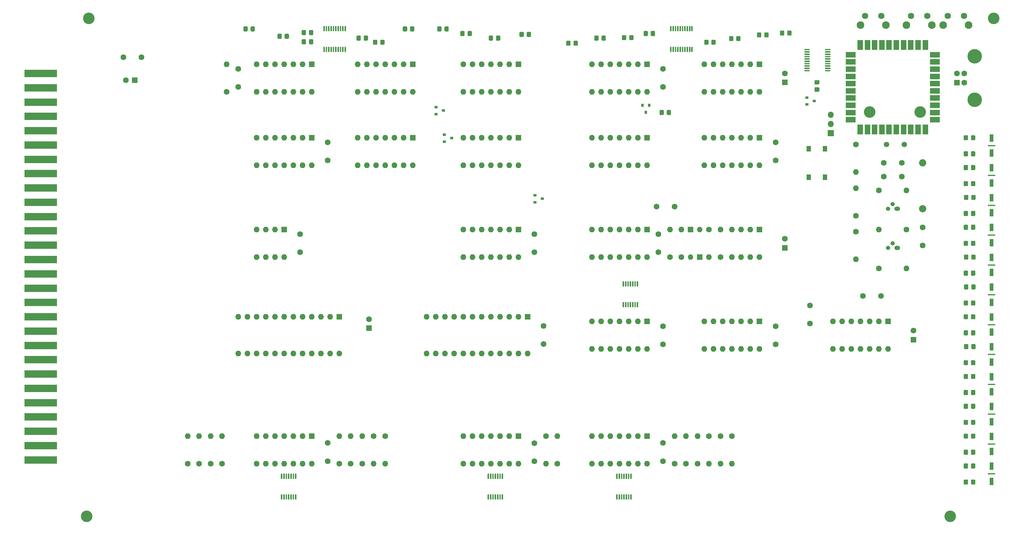
<source format=gbs>
G04 #@! TF.GenerationSoftware,KiCad,Pcbnew,(5.1.12)-1*
G04 #@! TF.CreationDate,2023-03-25T16:08:14+00:00*
G04 #@! TF.ProjectId,Decoder,4465636f-6465-4722-9e6b-696361645f70,1*
G04 #@! TF.SameCoordinates,Original*
G04 #@! TF.FileFunction,Soldermask,Bot*
G04 #@! TF.FilePolarity,Negative*
%FSLAX46Y46*%
G04 Gerber Fmt 4.6, Leading zero omitted, Abs format (unit mm)*
G04 Created by KiCad (PCBNEW (5.1.12)-1) date 2023-03-25 16:08:14*
%MOMM*%
%LPD*%
G01*
G04 APERTURE LIST*
%ADD10C,3.200000*%
%ADD11R,0.900000X0.800000*%
%ADD12R,0.800000X0.900000*%
%ADD13O,1.700000X1.700000*%
%ADD14R,1.700000X1.700000*%
%ADD15R,1.300000X1.550000*%
%ADD16C,2.100000*%
%ADD17C,1.750000*%
%ADD18R,2.800000X1.500000*%
%ADD19R,1.500000X2.800000*%
%ADD20C,4.000000*%
%ADD21C,1.600000*%
%ADD22R,1.600000X1.600000*%
%ADD23R,2.000000X0.350000*%
%ADD24R,1.000000X2.000000*%
%ADD25R,9.000000X2.000000*%
%ADD26O,1.500000X1.500000*%
%ADD27R,1.500000X1.500000*%
%ADD28C,1.500000*%
%ADD29O,1.200000X1.200000*%
%ADD30O,1.600000X1.200000*%
%ADD31O,2.000000X2.000000*%
%ADD32C,2.000000*%
%ADD33O,1.600000X1.600000*%
G04 APERTURE END LIST*
D10*
G04 #@! TO.C,H906*
X260985000Y-44323000D03*
G04 #@! TD*
G04 #@! TO.C,H905*
X247015000Y-44323000D03*
G04 #@! TD*
G04 #@! TO.C,R902*
G36*
G01*
X223390000Y-22028999D02*
X223390000Y-22929001D01*
G75*
G02*
X223140001Y-23179000I-249999J0D01*
G01*
X222439999Y-23179000D01*
G75*
G02*
X222190000Y-22929001I0J249999D01*
G01*
X222190000Y-22028999D01*
G75*
G02*
X222439999Y-21779000I249999J0D01*
G01*
X223140001Y-21779000D01*
G75*
G02*
X223390000Y-22028999I0J-249999D01*
G01*
G37*
G36*
G01*
X225390000Y-22028999D02*
X225390000Y-22929001D01*
G75*
G02*
X225140001Y-23179000I-249999J0D01*
G01*
X224439999Y-23179000D01*
G75*
G02*
X224190000Y-22929001I0J249999D01*
G01*
X224190000Y-22028999D01*
G75*
G02*
X224439999Y-21779000I249999J0D01*
G01*
X225140001Y-21779000D01*
G75*
G02*
X225390000Y-22028999I0J-249999D01*
G01*
G37*
G04 #@! TD*
G04 #@! TO.C,H904*
X30480000Y-156210000D03*
G04 #@! TD*
G04 #@! TO.C,H903*
X269240000Y-156210000D03*
G04 #@! TD*
G04 #@! TO.C,H902*
X281305000Y-18415000D03*
G04 #@! TD*
G04 #@! TO.C,H901*
X31115000Y-18415000D03*
G04 #@! TD*
D11*
G04 #@! TO.C,Q905*
X129143000Y-43942000D03*
X127143000Y-42992000D03*
X127143000Y-44892000D03*
G04 #@! TD*
G04 #@! TO.C,Q904*
X156448000Y-68326000D03*
X154448000Y-67376000D03*
X154448000Y-69276000D03*
G04 #@! TD*
G04 #@! TO.C,Q903*
X131429000Y-51562000D03*
X129429000Y-50612000D03*
X129429000Y-52512000D03*
G04 #@! TD*
D12*
G04 #@! TO.C,Q902*
X185100000Y-44434000D03*
X186050000Y-42434000D03*
X184150000Y-42434000D03*
G04 #@! TD*
D11*
G04 #@! TO.C,Q901*
X231632000Y-41275000D03*
X229632000Y-40325000D03*
X229632000Y-42225000D03*
G04 #@! TD*
G04 #@! TO.C,U982*
G36*
G01*
X234662000Y-32997000D02*
X234662000Y-32797000D01*
G75*
G02*
X234762000Y-32697000I100000J0D01*
G01*
X236037000Y-32697000D01*
G75*
G02*
X236137000Y-32797000I0J-100000D01*
G01*
X236137000Y-32997000D01*
G75*
G02*
X236037000Y-33097000I-100000J0D01*
G01*
X234762000Y-33097000D01*
G75*
G02*
X234662000Y-32997000I0J100000D01*
G01*
G37*
G36*
G01*
X234662000Y-32347000D02*
X234662000Y-32147000D01*
G75*
G02*
X234762000Y-32047000I100000J0D01*
G01*
X236037000Y-32047000D01*
G75*
G02*
X236137000Y-32147000I0J-100000D01*
G01*
X236137000Y-32347000D01*
G75*
G02*
X236037000Y-32447000I-100000J0D01*
G01*
X234762000Y-32447000D01*
G75*
G02*
X234662000Y-32347000I0J100000D01*
G01*
G37*
G36*
G01*
X234662000Y-31697000D02*
X234662000Y-31497000D01*
G75*
G02*
X234762000Y-31397000I100000J0D01*
G01*
X236037000Y-31397000D01*
G75*
G02*
X236137000Y-31497000I0J-100000D01*
G01*
X236137000Y-31697000D01*
G75*
G02*
X236037000Y-31797000I-100000J0D01*
G01*
X234762000Y-31797000D01*
G75*
G02*
X234662000Y-31697000I0J100000D01*
G01*
G37*
G36*
G01*
X234662000Y-31047000D02*
X234662000Y-30847000D01*
G75*
G02*
X234762000Y-30747000I100000J0D01*
G01*
X236037000Y-30747000D01*
G75*
G02*
X236137000Y-30847000I0J-100000D01*
G01*
X236137000Y-31047000D01*
G75*
G02*
X236037000Y-31147000I-100000J0D01*
G01*
X234762000Y-31147000D01*
G75*
G02*
X234662000Y-31047000I0J100000D01*
G01*
G37*
G36*
G01*
X234662000Y-30397000D02*
X234662000Y-30197000D01*
G75*
G02*
X234762000Y-30097000I100000J0D01*
G01*
X236037000Y-30097000D01*
G75*
G02*
X236137000Y-30197000I0J-100000D01*
G01*
X236137000Y-30397000D01*
G75*
G02*
X236037000Y-30497000I-100000J0D01*
G01*
X234762000Y-30497000D01*
G75*
G02*
X234662000Y-30397000I0J100000D01*
G01*
G37*
G36*
G01*
X234662000Y-29747000D02*
X234662000Y-29547000D01*
G75*
G02*
X234762000Y-29447000I100000J0D01*
G01*
X236037000Y-29447000D01*
G75*
G02*
X236137000Y-29547000I0J-100000D01*
G01*
X236137000Y-29747000D01*
G75*
G02*
X236037000Y-29847000I-100000J0D01*
G01*
X234762000Y-29847000D01*
G75*
G02*
X234662000Y-29747000I0J100000D01*
G01*
G37*
G36*
G01*
X234662000Y-29097000D02*
X234662000Y-28897000D01*
G75*
G02*
X234762000Y-28797000I100000J0D01*
G01*
X236037000Y-28797000D01*
G75*
G02*
X236137000Y-28897000I0J-100000D01*
G01*
X236137000Y-29097000D01*
G75*
G02*
X236037000Y-29197000I-100000J0D01*
G01*
X234762000Y-29197000D01*
G75*
G02*
X234662000Y-29097000I0J100000D01*
G01*
G37*
G36*
G01*
X234662000Y-28447000D02*
X234662000Y-28247000D01*
G75*
G02*
X234762000Y-28147000I100000J0D01*
G01*
X236037000Y-28147000D01*
G75*
G02*
X236137000Y-28247000I0J-100000D01*
G01*
X236137000Y-28447000D01*
G75*
G02*
X236037000Y-28547000I-100000J0D01*
G01*
X234762000Y-28547000D01*
G75*
G02*
X234662000Y-28447000I0J100000D01*
G01*
G37*
G36*
G01*
X234662000Y-27797000D02*
X234662000Y-27597000D01*
G75*
G02*
X234762000Y-27497000I100000J0D01*
G01*
X236037000Y-27497000D01*
G75*
G02*
X236137000Y-27597000I0J-100000D01*
G01*
X236137000Y-27797000D01*
G75*
G02*
X236037000Y-27897000I-100000J0D01*
G01*
X234762000Y-27897000D01*
G75*
G02*
X234662000Y-27797000I0J100000D01*
G01*
G37*
G36*
G01*
X234662000Y-27147000D02*
X234662000Y-26947000D01*
G75*
G02*
X234762000Y-26847000I100000J0D01*
G01*
X236037000Y-26847000D01*
G75*
G02*
X236137000Y-26947000I0J-100000D01*
G01*
X236137000Y-27147000D01*
G75*
G02*
X236037000Y-27247000I-100000J0D01*
G01*
X234762000Y-27247000D01*
G75*
G02*
X234662000Y-27147000I0J100000D01*
G01*
G37*
G36*
G01*
X228937000Y-27147000D02*
X228937000Y-26947000D01*
G75*
G02*
X229037000Y-26847000I100000J0D01*
G01*
X230312000Y-26847000D01*
G75*
G02*
X230412000Y-26947000I0J-100000D01*
G01*
X230412000Y-27147000D01*
G75*
G02*
X230312000Y-27247000I-100000J0D01*
G01*
X229037000Y-27247000D01*
G75*
G02*
X228937000Y-27147000I0J100000D01*
G01*
G37*
G36*
G01*
X228937000Y-27797000D02*
X228937000Y-27597000D01*
G75*
G02*
X229037000Y-27497000I100000J0D01*
G01*
X230312000Y-27497000D01*
G75*
G02*
X230412000Y-27597000I0J-100000D01*
G01*
X230412000Y-27797000D01*
G75*
G02*
X230312000Y-27897000I-100000J0D01*
G01*
X229037000Y-27897000D01*
G75*
G02*
X228937000Y-27797000I0J100000D01*
G01*
G37*
G36*
G01*
X228937000Y-28447000D02*
X228937000Y-28247000D01*
G75*
G02*
X229037000Y-28147000I100000J0D01*
G01*
X230312000Y-28147000D01*
G75*
G02*
X230412000Y-28247000I0J-100000D01*
G01*
X230412000Y-28447000D01*
G75*
G02*
X230312000Y-28547000I-100000J0D01*
G01*
X229037000Y-28547000D01*
G75*
G02*
X228937000Y-28447000I0J100000D01*
G01*
G37*
G36*
G01*
X228937000Y-29097000D02*
X228937000Y-28897000D01*
G75*
G02*
X229037000Y-28797000I100000J0D01*
G01*
X230312000Y-28797000D01*
G75*
G02*
X230412000Y-28897000I0J-100000D01*
G01*
X230412000Y-29097000D01*
G75*
G02*
X230312000Y-29197000I-100000J0D01*
G01*
X229037000Y-29197000D01*
G75*
G02*
X228937000Y-29097000I0J100000D01*
G01*
G37*
G36*
G01*
X228937000Y-29747000D02*
X228937000Y-29547000D01*
G75*
G02*
X229037000Y-29447000I100000J0D01*
G01*
X230312000Y-29447000D01*
G75*
G02*
X230412000Y-29547000I0J-100000D01*
G01*
X230412000Y-29747000D01*
G75*
G02*
X230312000Y-29847000I-100000J0D01*
G01*
X229037000Y-29847000D01*
G75*
G02*
X228937000Y-29747000I0J100000D01*
G01*
G37*
G36*
G01*
X228937000Y-30397000D02*
X228937000Y-30197000D01*
G75*
G02*
X229037000Y-30097000I100000J0D01*
G01*
X230312000Y-30097000D01*
G75*
G02*
X230412000Y-30197000I0J-100000D01*
G01*
X230412000Y-30397000D01*
G75*
G02*
X230312000Y-30497000I-100000J0D01*
G01*
X229037000Y-30497000D01*
G75*
G02*
X228937000Y-30397000I0J100000D01*
G01*
G37*
G36*
G01*
X228937000Y-31047000D02*
X228937000Y-30847000D01*
G75*
G02*
X229037000Y-30747000I100000J0D01*
G01*
X230312000Y-30747000D01*
G75*
G02*
X230412000Y-30847000I0J-100000D01*
G01*
X230412000Y-31047000D01*
G75*
G02*
X230312000Y-31147000I-100000J0D01*
G01*
X229037000Y-31147000D01*
G75*
G02*
X228937000Y-31047000I0J100000D01*
G01*
G37*
G36*
G01*
X228937000Y-31697000D02*
X228937000Y-31497000D01*
G75*
G02*
X229037000Y-31397000I100000J0D01*
G01*
X230312000Y-31397000D01*
G75*
G02*
X230412000Y-31497000I0J-100000D01*
G01*
X230412000Y-31697000D01*
G75*
G02*
X230312000Y-31797000I-100000J0D01*
G01*
X229037000Y-31797000D01*
G75*
G02*
X228937000Y-31697000I0J100000D01*
G01*
G37*
G36*
G01*
X228937000Y-32347000D02*
X228937000Y-32147000D01*
G75*
G02*
X229037000Y-32047000I100000J0D01*
G01*
X230312000Y-32047000D01*
G75*
G02*
X230412000Y-32147000I0J-100000D01*
G01*
X230412000Y-32347000D01*
G75*
G02*
X230312000Y-32447000I-100000J0D01*
G01*
X229037000Y-32447000D01*
G75*
G02*
X228937000Y-32347000I0J100000D01*
G01*
G37*
G36*
G01*
X228937000Y-32997000D02*
X228937000Y-32797000D01*
G75*
G02*
X229037000Y-32697000I100000J0D01*
G01*
X230312000Y-32697000D01*
G75*
G02*
X230412000Y-32797000I0J-100000D01*
G01*
X230412000Y-32997000D01*
G75*
G02*
X230312000Y-33097000I-100000J0D01*
G01*
X229037000Y-33097000D01*
G75*
G02*
X228937000Y-32997000I0J100000D01*
G01*
G37*
G04 #@! TD*
D13*
G04 #@! TO.C,JP901*
X236220000Y-45085000D03*
X236220000Y-47625000D03*
D14*
X236220000Y-50165000D03*
G04 #@! TD*
D15*
G04 #@! TO.C,SW981*
X234660000Y-62395000D03*
X230160000Y-62395000D03*
X230160000Y-54445000D03*
X234660000Y-54445000D03*
G04 #@! TD*
G04 #@! TO.C,U902*
G36*
G01*
X102085000Y-22005000D02*
X101885000Y-22005000D01*
G75*
G02*
X101785000Y-21905000I0J100000D01*
G01*
X101785000Y-20630000D01*
G75*
G02*
X101885000Y-20530000I100000J0D01*
G01*
X102085000Y-20530000D01*
G75*
G02*
X102185000Y-20630000I0J-100000D01*
G01*
X102185000Y-21905000D01*
G75*
G02*
X102085000Y-22005000I-100000J0D01*
G01*
G37*
G36*
G01*
X101435000Y-22005000D02*
X101235000Y-22005000D01*
G75*
G02*
X101135000Y-21905000I0J100000D01*
G01*
X101135000Y-20630000D01*
G75*
G02*
X101235000Y-20530000I100000J0D01*
G01*
X101435000Y-20530000D01*
G75*
G02*
X101535000Y-20630000I0J-100000D01*
G01*
X101535000Y-21905000D01*
G75*
G02*
X101435000Y-22005000I-100000J0D01*
G01*
G37*
G36*
G01*
X100785000Y-22005000D02*
X100585000Y-22005000D01*
G75*
G02*
X100485000Y-21905000I0J100000D01*
G01*
X100485000Y-20630000D01*
G75*
G02*
X100585000Y-20530000I100000J0D01*
G01*
X100785000Y-20530000D01*
G75*
G02*
X100885000Y-20630000I0J-100000D01*
G01*
X100885000Y-21905000D01*
G75*
G02*
X100785000Y-22005000I-100000J0D01*
G01*
G37*
G36*
G01*
X100135000Y-22005000D02*
X99935000Y-22005000D01*
G75*
G02*
X99835000Y-21905000I0J100000D01*
G01*
X99835000Y-20630000D01*
G75*
G02*
X99935000Y-20530000I100000J0D01*
G01*
X100135000Y-20530000D01*
G75*
G02*
X100235000Y-20630000I0J-100000D01*
G01*
X100235000Y-21905000D01*
G75*
G02*
X100135000Y-22005000I-100000J0D01*
G01*
G37*
G36*
G01*
X99485000Y-22005000D02*
X99285000Y-22005000D01*
G75*
G02*
X99185000Y-21905000I0J100000D01*
G01*
X99185000Y-20630000D01*
G75*
G02*
X99285000Y-20530000I100000J0D01*
G01*
X99485000Y-20530000D01*
G75*
G02*
X99585000Y-20630000I0J-100000D01*
G01*
X99585000Y-21905000D01*
G75*
G02*
X99485000Y-22005000I-100000J0D01*
G01*
G37*
G36*
G01*
X98835000Y-22005000D02*
X98635000Y-22005000D01*
G75*
G02*
X98535000Y-21905000I0J100000D01*
G01*
X98535000Y-20630000D01*
G75*
G02*
X98635000Y-20530000I100000J0D01*
G01*
X98835000Y-20530000D01*
G75*
G02*
X98935000Y-20630000I0J-100000D01*
G01*
X98935000Y-21905000D01*
G75*
G02*
X98835000Y-22005000I-100000J0D01*
G01*
G37*
G36*
G01*
X98185000Y-22005000D02*
X97985000Y-22005000D01*
G75*
G02*
X97885000Y-21905000I0J100000D01*
G01*
X97885000Y-20630000D01*
G75*
G02*
X97985000Y-20530000I100000J0D01*
G01*
X98185000Y-20530000D01*
G75*
G02*
X98285000Y-20630000I0J-100000D01*
G01*
X98285000Y-21905000D01*
G75*
G02*
X98185000Y-22005000I-100000J0D01*
G01*
G37*
G36*
G01*
X97535000Y-22005000D02*
X97335000Y-22005000D01*
G75*
G02*
X97235000Y-21905000I0J100000D01*
G01*
X97235000Y-20630000D01*
G75*
G02*
X97335000Y-20530000I100000J0D01*
G01*
X97535000Y-20530000D01*
G75*
G02*
X97635000Y-20630000I0J-100000D01*
G01*
X97635000Y-21905000D01*
G75*
G02*
X97535000Y-22005000I-100000J0D01*
G01*
G37*
G36*
G01*
X96885000Y-22005000D02*
X96685000Y-22005000D01*
G75*
G02*
X96585000Y-21905000I0J100000D01*
G01*
X96585000Y-20630000D01*
G75*
G02*
X96685000Y-20530000I100000J0D01*
G01*
X96885000Y-20530000D01*
G75*
G02*
X96985000Y-20630000I0J-100000D01*
G01*
X96985000Y-21905000D01*
G75*
G02*
X96885000Y-22005000I-100000J0D01*
G01*
G37*
G36*
G01*
X96235000Y-22005000D02*
X96035000Y-22005000D01*
G75*
G02*
X95935000Y-21905000I0J100000D01*
G01*
X95935000Y-20630000D01*
G75*
G02*
X96035000Y-20530000I100000J0D01*
G01*
X96235000Y-20530000D01*
G75*
G02*
X96335000Y-20630000I0J-100000D01*
G01*
X96335000Y-21905000D01*
G75*
G02*
X96235000Y-22005000I-100000J0D01*
G01*
G37*
G36*
G01*
X96235000Y-27730000D02*
X96035000Y-27730000D01*
G75*
G02*
X95935000Y-27630000I0J100000D01*
G01*
X95935000Y-26355000D01*
G75*
G02*
X96035000Y-26255000I100000J0D01*
G01*
X96235000Y-26255000D01*
G75*
G02*
X96335000Y-26355000I0J-100000D01*
G01*
X96335000Y-27630000D01*
G75*
G02*
X96235000Y-27730000I-100000J0D01*
G01*
G37*
G36*
G01*
X96885000Y-27730000D02*
X96685000Y-27730000D01*
G75*
G02*
X96585000Y-27630000I0J100000D01*
G01*
X96585000Y-26355000D01*
G75*
G02*
X96685000Y-26255000I100000J0D01*
G01*
X96885000Y-26255000D01*
G75*
G02*
X96985000Y-26355000I0J-100000D01*
G01*
X96985000Y-27630000D01*
G75*
G02*
X96885000Y-27730000I-100000J0D01*
G01*
G37*
G36*
G01*
X97535000Y-27730000D02*
X97335000Y-27730000D01*
G75*
G02*
X97235000Y-27630000I0J100000D01*
G01*
X97235000Y-26355000D01*
G75*
G02*
X97335000Y-26255000I100000J0D01*
G01*
X97535000Y-26255000D01*
G75*
G02*
X97635000Y-26355000I0J-100000D01*
G01*
X97635000Y-27630000D01*
G75*
G02*
X97535000Y-27730000I-100000J0D01*
G01*
G37*
G36*
G01*
X98185000Y-27730000D02*
X97985000Y-27730000D01*
G75*
G02*
X97885000Y-27630000I0J100000D01*
G01*
X97885000Y-26355000D01*
G75*
G02*
X97985000Y-26255000I100000J0D01*
G01*
X98185000Y-26255000D01*
G75*
G02*
X98285000Y-26355000I0J-100000D01*
G01*
X98285000Y-27630000D01*
G75*
G02*
X98185000Y-27730000I-100000J0D01*
G01*
G37*
G36*
G01*
X98835000Y-27730000D02*
X98635000Y-27730000D01*
G75*
G02*
X98535000Y-27630000I0J100000D01*
G01*
X98535000Y-26355000D01*
G75*
G02*
X98635000Y-26255000I100000J0D01*
G01*
X98835000Y-26255000D01*
G75*
G02*
X98935000Y-26355000I0J-100000D01*
G01*
X98935000Y-27630000D01*
G75*
G02*
X98835000Y-27730000I-100000J0D01*
G01*
G37*
G36*
G01*
X99485000Y-27730000D02*
X99285000Y-27730000D01*
G75*
G02*
X99185000Y-27630000I0J100000D01*
G01*
X99185000Y-26355000D01*
G75*
G02*
X99285000Y-26255000I100000J0D01*
G01*
X99485000Y-26255000D01*
G75*
G02*
X99585000Y-26355000I0J-100000D01*
G01*
X99585000Y-27630000D01*
G75*
G02*
X99485000Y-27730000I-100000J0D01*
G01*
G37*
G36*
G01*
X100135000Y-27730000D02*
X99935000Y-27730000D01*
G75*
G02*
X99835000Y-27630000I0J100000D01*
G01*
X99835000Y-26355000D01*
G75*
G02*
X99935000Y-26255000I100000J0D01*
G01*
X100135000Y-26255000D01*
G75*
G02*
X100235000Y-26355000I0J-100000D01*
G01*
X100235000Y-27630000D01*
G75*
G02*
X100135000Y-27730000I-100000J0D01*
G01*
G37*
G36*
G01*
X100785000Y-27730000D02*
X100585000Y-27730000D01*
G75*
G02*
X100485000Y-27630000I0J100000D01*
G01*
X100485000Y-26355000D01*
G75*
G02*
X100585000Y-26255000I100000J0D01*
G01*
X100785000Y-26255000D01*
G75*
G02*
X100885000Y-26355000I0J-100000D01*
G01*
X100885000Y-27630000D01*
G75*
G02*
X100785000Y-27730000I-100000J0D01*
G01*
G37*
G36*
G01*
X101435000Y-27730000D02*
X101235000Y-27730000D01*
G75*
G02*
X101135000Y-27630000I0J100000D01*
G01*
X101135000Y-26355000D01*
G75*
G02*
X101235000Y-26255000I100000J0D01*
G01*
X101435000Y-26255000D01*
G75*
G02*
X101535000Y-26355000I0J-100000D01*
G01*
X101535000Y-27630000D01*
G75*
G02*
X101435000Y-27730000I-100000J0D01*
G01*
G37*
G36*
G01*
X102085000Y-27730000D02*
X101885000Y-27730000D01*
G75*
G02*
X101785000Y-27630000I0J100000D01*
G01*
X101785000Y-26355000D01*
G75*
G02*
X101885000Y-26255000I100000J0D01*
G01*
X102085000Y-26255000D01*
G75*
G02*
X102185000Y-26355000I0J-100000D01*
G01*
X102185000Y-27630000D01*
G75*
G02*
X102085000Y-27730000I-100000J0D01*
G01*
G37*
G04 #@! TD*
G04 #@! TO.C,U901*
G36*
G01*
X197970000Y-22005000D02*
X197770000Y-22005000D01*
G75*
G02*
X197670000Y-21905000I0J100000D01*
G01*
X197670000Y-20630000D01*
G75*
G02*
X197770000Y-20530000I100000J0D01*
G01*
X197970000Y-20530000D01*
G75*
G02*
X198070000Y-20630000I0J-100000D01*
G01*
X198070000Y-21905000D01*
G75*
G02*
X197970000Y-22005000I-100000J0D01*
G01*
G37*
G36*
G01*
X197320000Y-22005000D02*
X197120000Y-22005000D01*
G75*
G02*
X197020000Y-21905000I0J100000D01*
G01*
X197020000Y-20630000D01*
G75*
G02*
X197120000Y-20530000I100000J0D01*
G01*
X197320000Y-20530000D01*
G75*
G02*
X197420000Y-20630000I0J-100000D01*
G01*
X197420000Y-21905000D01*
G75*
G02*
X197320000Y-22005000I-100000J0D01*
G01*
G37*
G36*
G01*
X196670000Y-22005000D02*
X196470000Y-22005000D01*
G75*
G02*
X196370000Y-21905000I0J100000D01*
G01*
X196370000Y-20630000D01*
G75*
G02*
X196470000Y-20530000I100000J0D01*
G01*
X196670000Y-20530000D01*
G75*
G02*
X196770000Y-20630000I0J-100000D01*
G01*
X196770000Y-21905000D01*
G75*
G02*
X196670000Y-22005000I-100000J0D01*
G01*
G37*
G36*
G01*
X196020000Y-22005000D02*
X195820000Y-22005000D01*
G75*
G02*
X195720000Y-21905000I0J100000D01*
G01*
X195720000Y-20630000D01*
G75*
G02*
X195820000Y-20530000I100000J0D01*
G01*
X196020000Y-20530000D01*
G75*
G02*
X196120000Y-20630000I0J-100000D01*
G01*
X196120000Y-21905000D01*
G75*
G02*
X196020000Y-22005000I-100000J0D01*
G01*
G37*
G36*
G01*
X195370000Y-22005000D02*
X195170000Y-22005000D01*
G75*
G02*
X195070000Y-21905000I0J100000D01*
G01*
X195070000Y-20630000D01*
G75*
G02*
X195170000Y-20530000I100000J0D01*
G01*
X195370000Y-20530000D01*
G75*
G02*
X195470000Y-20630000I0J-100000D01*
G01*
X195470000Y-21905000D01*
G75*
G02*
X195370000Y-22005000I-100000J0D01*
G01*
G37*
G36*
G01*
X194720000Y-22005000D02*
X194520000Y-22005000D01*
G75*
G02*
X194420000Y-21905000I0J100000D01*
G01*
X194420000Y-20630000D01*
G75*
G02*
X194520000Y-20530000I100000J0D01*
G01*
X194720000Y-20530000D01*
G75*
G02*
X194820000Y-20630000I0J-100000D01*
G01*
X194820000Y-21905000D01*
G75*
G02*
X194720000Y-22005000I-100000J0D01*
G01*
G37*
G36*
G01*
X194070000Y-22005000D02*
X193870000Y-22005000D01*
G75*
G02*
X193770000Y-21905000I0J100000D01*
G01*
X193770000Y-20630000D01*
G75*
G02*
X193870000Y-20530000I100000J0D01*
G01*
X194070000Y-20530000D01*
G75*
G02*
X194170000Y-20630000I0J-100000D01*
G01*
X194170000Y-21905000D01*
G75*
G02*
X194070000Y-22005000I-100000J0D01*
G01*
G37*
G36*
G01*
X193420000Y-22005000D02*
X193220000Y-22005000D01*
G75*
G02*
X193120000Y-21905000I0J100000D01*
G01*
X193120000Y-20630000D01*
G75*
G02*
X193220000Y-20530000I100000J0D01*
G01*
X193420000Y-20530000D01*
G75*
G02*
X193520000Y-20630000I0J-100000D01*
G01*
X193520000Y-21905000D01*
G75*
G02*
X193420000Y-22005000I-100000J0D01*
G01*
G37*
G36*
G01*
X192770000Y-22005000D02*
X192570000Y-22005000D01*
G75*
G02*
X192470000Y-21905000I0J100000D01*
G01*
X192470000Y-20630000D01*
G75*
G02*
X192570000Y-20530000I100000J0D01*
G01*
X192770000Y-20530000D01*
G75*
G02*
X192870000Y-20630000I0J-100000D01*
G01*
X192870000Y-21905000D01*
G75*
G02*
X192770000Y-22005000I-100000J0D01*
G01*
G37*
G36*
G01*
X192120000Y-22005000D02*
X191920000Y-22005000D01*
G75*
G02*
X191820000Y-21905000I0J100000D01*
G01*
X191820000Y-20630000D01*
G75*
G02*
X191920000Y-20530000I100000J0D01*
G01*
X192120000Y-20530000D01*
G75*
G02*
X192220000Y-20630000I0J-100000D01*
G01*
X192220000Y-21905000D01*
G75*
G02*
X192120000Y-22005000I-100000J0D01*
G01*
G37*
G36*
G01*
X192120000Y-27730000D02*
X191920000Y-27730000D01*
G75*
G02*
X191820000Y-27630000I0J100000D01*
G01*
X191820000Y-26355000D01*
G75*
G02*
X191920000Y-26255000I100000J0D01*
G01*
X192120000Y-26255000D01*
G75*
G02*
X192220000Y-26355000I0J-100000D01*
G01*
X192220000Y-27630000D01*
G75*
G02*
X192120000Y-27730000I-100000J0D01*
G01*
G37*
G36*
G01*
X192770000Y-27730000D02*
X192570000Y-27730000D01*
G75*
G02*
X192470000Y-27630000I0J100000D01*
G01*
X192470000Y-26355000D01*
G75*
G02*
X192570000Y-26255000I100000J0D01*
G01*
X192770000Y-26255000D01*
G75*
G02*
X192870000Y-26355000I0J-100000D01*
G01*
X192870000Y-27630000D01*
G75*
G02*
X192770000Y-27730000I-100000J0D01*
G01*
G37*
G36*
G01*
X193420000Y-27730000D02*
X193220000Y-27730000D01*
G75*
G02*
X193120000Y-27630000I0J100000D01*
G01*
X193120000Y-26355000D01*
G75*
G02*
X193220000Y-26255000I100000J0D01*
G01*
X193420000Y-26255000D01*
G75*
G02*
X193520000Y-26355000I0J-100000D01*
G01*
X193520000Y-27630000D01*
G75*
G02*
X193420000Y-27730000I-100000J0D01*
G01*
G37*
G36*
G01*
X194070000Y-27730000D02*
X193870000Y-27730000D01*
G75*
G02*
X193770000Y-27630000I0J100000D01*
G01*
X193770000Y-26355000D01*
G75*
G02*
X193870000Y-26255000I100000J0D01*
G01*
X194070000Y-26255000D01*
G75*
G02*
X194170000Y-26355000I0J-100000D01*
G01*
X194170000Y-27630000D01*
G75*
G02*
X194070000Y-27730000I-100000J0D01*
G01*
G37*
G36*
G01*
X194720000Y-27730000D02*
X194520000Y-27730000D01*
G75*
G02*
X194420000Y-27630000I0J100000D01*
G01*
X194420000Y-26355000D01*
G75*
G02*
X194520000Y-26255000I100000J0D01*
G01*
X194720000Y-26255000D01*
G75*
G02*
X194820000Y-26355000I0J-100000D01*
G01*
X194820000Y-27630000D01*
G75*
G02*
X194720000Y-27730000I-100000J0D01*
G01*
G37*
G36*
G01*
X195370000Y-27730000D02*
X195170000Y-27730000D01*
G75*
G02*
X195070000Y-27630000I0J100000D01*
G01*
X195070000Y-26355000D01*
G75*
G02*
X195170000Y-26255000I100000J0D01*
G01*
X195370000Y-26255000D01*
G75*
G02*
X195470000Y-26355000I0J-100000D01*
G01*
X195470000Y-27630000D01*
G75*
G02*
X195370000Y-27730000I-100000J0D01*
G01*
G37*
G36*
G01*
X196020000Y-27730000D02*
X195820000Y-27730000D01*
G75*
G02*
X195720000Y-27630000I0J100000D01*
G01*
X195720000Y-26355000D01*
G75*
G02*
X195820000Y-26255000I100000J0D01*
G01*
X196020000Y-26255000D01*
G75*
G02*
X196120000Y-26355000I0J-100000D01*
G01*
X196120000Y-27630000D01*
G75*
G02*
X196020000Y-27730000I-100000J0D01*
G01*
G37*
G36*
G01*
X196670000Y-27730000D02*
X196470000Y-27730000D01*
G75*
G02*
X196370000Y-27630000I0J100000D01*
G01*
X196370000Y-26355000D01*
G75*
G02*
X196470000Y-26255000I100000J0D01*
G01*
X196670000Y-26255000D01*
G75*
G02*
X196770000Y-26355000I0J-100000D01*
G01*
X196770000Y-27630000D01*
G75*
G02*
X196670000Y-27730000I-100000J0D01*
G01*
G37*
G36*
G01*
X197320000Y-27730000D02*
X197120000Y-27730000D01*
G75*
G02*
X197020000Y-27630000I0J100000D01*
G01*
X197020000Y-26355000D01*
G75*
G02*
X197120000Y-26255000I100000J0D01*
G01*
X197320000Y-26255000D01*
G75*
G02*
X197420000Y-26355000I0J-100000D01*
G01*
X197420000Y-27630000D01*
G75*
G02*
X197320000Y-27730000I-100000J0D01*
G01*
G37*
G36*
G01*
X197970000Y-27730000D02*
X197770000Y-27730000D01*
G75*
G02*
X197670000Y-27630000I0J100000D01*
G01*
X197670000Y-26355000D01*
G75*
G02*
X197770000Y-26255000I100000J0D01*
G01*
X197970000Y-26255000D01*
G75*
G02*
X198070000Y-26355000I0J-100000D01*
G01*
X198070000Y-27630000D01*
G75*
G02*
X197970000Y-27730000I-100000J0D01*
G01*
G37*
G04 #@! TD*
G04 #@! TO.C,R921*
G36*
G01*
X75822000Y-21786001D02*
X75822000Y-20885999D01*
G75*
G02*
X76071999Y-20636000I249999J0D01*
G01*
X76772001Y-20636000D01*
G75*
G02*
X77022000Y-20885999I0J-249999D01*
G01*
X77022000Y-21786001D01*
G75*
G02*
X76772001Y-22036000I-249999J0D01*
G01*
X76071999Y-22036000D01*
G75*
G02*
X75822000Y-21786001I0J249999D01*
G01*
G37*
G36*
G01*
X73822000Y-21786001D02*
X73822000Y-20885999D01*
G75*
G02*
X74071999Y-20636000I249999J0D01*
G01*
X74772001Y-20636000D01*
G75*
G02*
X75022000Y-20885999I0J-249999D01*
G01*
X75022000Y-21786001D01*
G75*
G02*
X74772001Y-22036000I-249999J0D01*
G01*
X74071999Y-22036000D01*
G75*
G02*
X73822000Y-21786001I0J249999D01*
G01*
G37*
G04 #@! TD*
G04 #@! TO.C,R920*
G36*
G01*
X91951000Y-22802001D02*
X91951000Y-21901999D01*
G75*
G02*
X92200999Y-21652000I249999J0D01*
G01*
X92901001Y-21652000D01*
G75*
G02*
X93151000Y-21901999I0J-249999D01*
G01*
X93151000Y-22802001D01*
G75*
G02*
X92901001Y-23052000I-249999J0D01*
G01*
X92200999Y-23052000D01*
G75*
G02*
X91951000Y-22802001I0J249999D01*
G01*
G37*
G36*
G01*
X89951000Y-22802001D02*
X89951000Y-21901999D01*
G75*
G02*
X90200999Y-21652000I249999J0D01*
G01*
X90901001Y-21652000D01*
G75*
G02*
X91151000Y-21901999I0J-249999D01*
G01*
X91151000Y-22802001D01*
G75*
G02*
X90901001Y-23052000I-249999J0D01*
G01*
X90200999Y-23052000D01*
G75*
G02*
X89951000Y-22802001I0J249999D01*
G01*
G37*
G04 #@! TD*
G04 #@! TO.C,R919*
G36*
G01*
X85236000Y-23818001D02*
X85236000Y-22917999D01*
G75*
G02*
X85485999Y-22668000I249999J0D01*
G01*
X86186001Y-22668000D01*
G75*
G02*
X86436000Y-22917999I0J-249999D01*
G01*
X86436000Y-23818001D01*
G75*
G02*
X86186001Y-24068000I-249999J0D01*
G01*
X85485999Y-24068000D01*
G75*
G02*
X85236000Y-23818001I0J249999D01*
G01*
G37*
G36*
G01*
X83236000Y-23818001D02*
X83236000Y-22917999D01*
G75*
G02*
X83485999Y-22668000I249999J0D01*
G01*
X84186001Y-22668000D01*
G75*
G02*
X84436000Y-22917999I0J-249999D01*
G01*
X84436000Y-23818001D01*
G75*
G02*
X84186001Y-24068000I-249999J0D01*
G01*
X83485999Y-24068000D01*
G75*
G02*
X83236000Y-23818001I0J249999D01*
G01*
G37*
G04 #@! TD*
G04 #@! TO.C,R918*
G36*
G01*
X91951000Y-25342001D02*
X91951000Y-24441999D01*
G75*
G02*
X92200999Y-24192000I249999J0D01*
G01*
X92901001Y-24192000D01*
G75*
G02*
X93151000Y-24441999I0J-249999D01*
G01*
X93151000Y-25342001D01*
G75*
G02*
X92901001Y-25592000I-249999J0D01*
G01*
X92200999Y-25592000D01*
G75*
G02*
X91951000Y-25342001I0J249999D01*
G01*
G37*
G36*
G01*
X89951000Y-25342001D02*
X89951000Y-24441999D01*
G75*
G02*
X90200999Y-24192000I249999J0D01*
G01*
X90901001Y-24192000D01*
G75*
G02*
X91151000Y-24441999I0J-249999D01*
G01*
X91151000Y-25342001D01*
G75*
G02*
X90901001Y-25592000I-249999J0D01*
G01*
X90200999Y-25592000D01*
G75*
G02*
X89951000Y-25342001I0J249999D01*
G01*
G37*
G04 #@! TD*
G04 #@! TO.C,R917*
G36*
G01*
X110868000Y-24568999D02*
X110868000Y-25469001D01*
G75*
G02*
X110618001Y-25719000I-249999J0D01*
G01*
X109917999Y-25719000D01*
G75*
G02*
X109668000Y-25469001I0J249999D01*
G01*
X109668000Y-24568999D01*
G75*
G02*
X109917999Y-24319000I249999J0D01*
G01*
X110618001Y-24319000D01*
G75*
G02*
X110868000Y-24568999I0J-249999D01*
G01*
G37*
G36*
G01*
X112868000Y-24568999D02*
X112868000Y-25469001D01*
G75*
G02*
X112618001Y-25719000I-249999J0D01*
G01*
X111917999Y-25719000D01*
G75*
G02*
X111668000Y-25469001I0J249999D01*
G01*
X111668000Y-24568999D01*
G75*
G02*
X111917999Y-24319000I249999J0D01*
G01*
X112618001Y-24319000D01*
G75*
G02*
X112868000Y-24568999I0J-249999D01*
G01*
G37*
G04 #@! TD*
G04 #@! TO.C,R916*
G36*
G01*
X106296000Y-23425999D02*
X106296000Y-24326001D01*
G75*
G02*
X106046001Y-24576000I-249999J0D01*
G01*
X105345999Y-24576000D01*
G75*
G02*
X105096000Y-24326001I0J249999D01*
G01*
X105096000Y-23425999D01*
G75*
G02*
X105345999Y-23176000I249999J0D01*
G01*
X106046001Y-23176000D01*
G75*
G02*
X106296000Y-23425999I0J-249999D01*
G01*
G37*
G36*
G01*
X108296000Y-23425999D02*
X108296000Y-24326001D01*
G75*
G02*
X108046001Y-24576000I-249999J0D01*
G01*
X107345999Y-24576000D01*
G75*
G02*
X107096000Y-24326001I0J249999D01*
G01*
X107096000Y-23425999D01*
G75*
G02*
X107345999Y-23176000I249999J0D01*
G01*
X108046001Y-23176000D01*
G75*
G02*
X108296000Y-23425999I0J-249999D01*
G01*
G37*
G04 #@! TD*
G04 #@! TO.C,R915*
G36*
G01*
X142872000Y-23425999D02*
X142872000Y-24326001D01*
G75*
G02*
X142622001Y-24576000I-249999J0D01*
G01*
X141921999Y-24576000D01*
G75*
G02*
X141672000Y-24326001I0J249999D01*
G01*
X141672000Y-23425999D01*
G75*
G02*
X141921999Y-23176000I249999J0D01*
G01*
X142622001Y-23176000D01*
G75*
G02*
X142872000Y-23425999I0J-249999D01*
G01*
G37*
G36*
G01*
X144872000Y-23425999D02*
X144872000Y-24326001D01*
G75*
G02*
X144622001Y-24576000I-249999J0D01*
G01*
X143921999Y-24576000D01*
G75*
G02*
X143672000Y-24326001I0J249999D01*
G01*
X143672000Y-23425999D01*
G75*
G02*
X143921999Y-23176000I249999J0D01*
G01*
X144622001Y-23176000D01*
G75*
G02*
X144872000Y-23425999I0J-249999D01*
G01*
G37*
G04 #@! TD*
G04 #@! TO.C,R914*
G36*
G01*
X134998000Y-22155999D02*
X134998000Y-23056001D01*
G75*
G02*
X134748001Y-23306000I-249999J0D01*
G01*
X134047999Y-23306000D01*
G75*
G02*
X133798000Y-23056001I0J249999D01*
G01*
X133798000Y-22155999D01*
G75*
G02*
X134047999Y-21906000I249999J0D01*
G01*
X134748001Y-21906000D01*
G75*
G02*
X134998000Y-22155999I0J-249999D01*
G01*
G37*
G36*
G01*
X136998000Y-22155999D02*
X136998000Y-23056001D01*
G75*
G02*
X136748001Y-23306000I-249999J0D01*
G01*
X136047999Y-23306000D01*
G75*
G02*
X135798000Y-23056001I0J249999D01*
G01*
X135798000Y-22155999D01*
G75*
G02*
X136047999Y-21906000I249999J0D01*
G01*
X136748001Y-21906000D01*
G75*
G02*
X136998000Y-22155999I0J-249999D01*
G01*
G37*
G04 #@! TD*
G04 #@! TO.C,R913*
G36*
G01*
X119107000Y-20885999D02*
X119107000Y-21786001D01*
G75*
G02*
X118857001Y-22036000I-249999J0D01*
G01*
X118156999Y-22036000D01*
G75*
G02*
X117907000Y-21786001I0J249999D01*
G01*
X117907000Y-20885999D01*
G75*
G02*
X118156999Y-20636000I249999J0D01*
G01*
X118857001Y-20636000D01*
G75*
G02*
X119107000Y-20885999I0J-249999D01*
G01*
G37*
G36*
G01*
X121107000Y-20885999D02*
X121107000Y-21786001D01*
G75*
G02*
X120857001Y-22036000I-249999J0D01*
G01*
X120156999Y-22036000D01*
G75*
G02*
X119907000Y-21786001I0J249999D01*
G01*
X119907000Y-20885999D01*
G75*
G02*
X120156999Y-20636000I249999J0D01*
G01*
X120857001Y-20636000D01*
G75*
G02*
X121107000Y-20885999I0J-249999D01*
G01*
G37*
G04 #@! TD*
G04 #@! TO.C,R912*
G36*
G01*
X151365000Y-22409999D02*
X151365000Y-23310001D01*
G75*
G02*
X151115001Y-23560000I-249999J0D01*
G01*
X150414999Y-23560000D01*
G75*
G02*
X150165000Y-23310001I0J249999D01*
G01*
X150165000Y-22409999D01*
G75*
G02*
X150414999Y-22160000I249999J0D01*
G01*
X151115001Y-22160000D01*
G75*
G02*
X151365000Y-22409999I0J-249999D01*
G01*
G37*
G36*
G01*
X153365000Y-22409999D02*
X153365000Y-23310001D01*
G75*
G02*
X153115001Y-23560000I-249999J0D01*
G01*
X152414999Y-23560000D01*
G75*
G02*
X152165000Y-23310001I0J249999D01*
G01*
X152165000Y-22409999D01*
G75*
G02*
X152414999Y-22160000I249999J0D01*
G01*
X153115001Y-22160000D01*
G75*
G02*
X153365000Y-22409999I0J-249999D01*
G01*
G37*
G04 #@! TD*
G04 #@! TO.C,R911*
G36*
G01*
X180502000Y-24199001D02*
X180502000Y-23298999D01*
G75*
G02*
X180751999Y-23049000I249999J0D01*
G01*
X181452001Y-23049000D01*
G75*
G02*
X181702000Y-23298999I0J-249999D01*
G01*
X181702000Y-24199001D01*
G75*
G02*
X181452001Y-24449000I-249999J0D01*
G01*
X180751999Y-24449000D01*
G75*
G02*
X180502000Y-24199001I0J249999D01*
G01*
G37*
G36*
G01*
X178502000Y-24199001D02*
X178502000Y-23298999D01*
G75*
G02*
X178751999Y-23049000I249999J0D01*
G01*
X179452001Y-23049000D01*
G75*
G02*
X179702000Y-23298999I0J-249999D01*
G01*
X179702000Y-24199001D01*
G75*
G02*
X179452001Y-24449000I-249999J0D01*
G01*
X178751999Y-24449000D01*
G75*
G02*
X178502000Y-24199001I0J249999D01*
G01*
G37*
G04 #@! TD*
G04 #@! TO.C,R910*
G36*
G01*
X128616000Y-20885999D02*
X128616000Y-21786001D01*
G75*
G02*
X128366001Y-22036000I-249999J0D01*
G01*
X127665999Y-22036000D01*
G75*
G02*
X127416000Y-21786001I0J249999D01*
G01*
X127416000Y-20885999D01*
G75*
G02*
X127665999Y-20636000I249999J0D01*
G01*
X128366001Y-20636000D01*
G75*
G02*
X128616000Y-20885999I0J-249999D01*
G01*
G37*
G36*
G01*
X130616000Y-20885999D02*
X130616000Y-21786001D01*
G75*
G02*
X130366001Y-22036000I-249999J0D01*
G01*
X129665999Y-22036000D01*
G75*
G02*
X129416000Y-21786001I0J249999D01*
G01*
X129416000Y-20885999D01*
G75*
G02*
X129665999Y-20636000I249999J0D01*
G01*
X130366001Y-20636000D01*
G75*
G02*
X130616000Y-20885999I0J-249999D01*
G01*
G37*
G04 #@! TD*
G04 #@! TO.C,R909*
G36*
G01*
X190884000Y-44900001D02*
X190884000Y-43999999D01*
G75*
G02*
X191133999Y-43750000I249999J0D01*
G01*
X191834001Y-43750000D01*
G75*
G02*
X192084000Y-43999999I0J-249999D01*
G01*
X192084000Y-44900001D01*
G75*
G02*
X191834001Y-45150000I-249999J0D01*
G01*
X191133999Y-45150000D01*
G75*
G02*
X190884000Y-44900001I0J249999D01*
G01*
G37*
G36*
G01*
X188884000Y-44900001D02*
X188884000Y-43999999D01*
G75*
G02*
X189133999Y-43750000I249999J0D01*
G01*
X189834001Y-43750000D01*
G75*
G02*
X190084000Y-43999999I0J-249999D01*
G01*
X190084000Y-44900001D01*
G75*
G02*
X189834001Y-45150000I-249999J0D01*
G01*
X189133999Y-45150000D01*
G75*
G02*
X188884000Y-44900001I0J249999D01*
G01*
G37*
G04 #@! TD*
G04 #@! TO.C,R908*
G36*
G01*
X186471000Y-23056001D02*
X186471000Y-22155999D01*
G75*
G02*
X186720999Y-21906000I249999J0D01*
G01*
X187421001Y-21906000D01*
G75*
G02*
X187671000Y-22155999I0J-249999D01*
G01*
X187671000Y-23056001D01*
G75*
G02*
X187421001Y-23306000I-249999J0D01*
G01*
X186720999Y-23306000D01*
G75*
G02*
X186471000Y-23056001I0J249999D01*
G01*
G37*
G36*
G01*
X184471000Y-23056001D02*
X184471000Y-22155999D01*
G75*
G02*
X184720999Y-21906000I249999J0D01*
G01*
X185421001Y-21906000D01*
G75*
G02*
X185671000Y-22155999I0J-249999D01*
G01*
X185671000Y-23056001D01*
G75*
G02*
X185421001Y-23306000I-249999J0D01*
G01*
X184720999Y-23306000D01*
G75*
G02*
X184471000Y-23056001I0J249999D01*
G01*
G37*
G04 #@! TD*
G04 #@! TO.C,R907*
G36*
G01*
X172850000Y-24326001D02*
X172850000Y-23425999D01*
G75*
G02*
X173099999Y-23176000I249999J0D01*
G01*
X173800001Y-23176000D01*
G75*
G02*
X174050000Y-23425999I0J-249999D01*
G01*
X174050000Y-24326001D01*
G75*
G02*
X173800001Y-24576000I-249999J0D01*
G01*
X173099999Y-24576000D01*
G75*
G02*
X172850000Y-24326001I0J249999D01*
G01*
G37*
G36*
G01*
X170850000Y-24326001D02*
X170850000Y-23425999D01*
G75*
G02*
X171099999Y-23176000I249999J0D01*
G01*
X171800001Y-23176000D01*
G75*
G02*
X172050000Y-23425999I0J-249999D01*
G01*
X172050000Y-24326001D01*
G75*
G02*
X171800001Y-24576000I-249999J0D01*
G01*
X171099999Y-24576000D01*
G75*
G02*
X170850000Y-24326001I0J249999D01*
G01*
G37*
G04 #@! TD*
G04 #@! TO.C,R906*
G36*
G01*
X165103000Y-25723001D02*
X165103000Y-24822999D01*
G75*
G02*
X165352999Y-24573000I249999J0D01*
G01*
X166053001Y-24573000D01*
G75*
G02*
X166303000Y-24822999I0J-249999D01*
G01*
X166303000Y-25723001D01*
G75*
G02*
X166053001Y-25973000I-249999J0D01*
G01*
X165352999Y-25973000D01*
G75*
G02*
X165103000Y-25723001I0J249999D01*
G01*
G37*
G36*
G01*
X163103000Y-25723001D02*
X163103000Y-24822999D01*
G75*
G02*
X163352999Y-24573000I249999J0D01*
G01*
X164053001Y-24573000D01*
G75*
G02*
X164303000Y-24822999I0J-249999D01*
G01*
X164303000Y-25723001D01*
G75*
G02*
X164053001Y-25973000I-249999J0D01*
G01*
X163352999Y-25973000D01*
G75*
G02*
X163103000Y-25723001I0J249999D01*
G01*
G37*
G04 #@! TD*
G04 #@! TO.C,R905*
G36*
G01*
X209293000Y-23552999D02*
X209293000Y-24453001D01*
G75*
G02*
X209043001Y-24703000I-249999J0D01*
G01*
X208342999Y-24703000D01*
G75*
G02*
X208093000Y-24453001I0J249999D01*
G01*
X208093000Y-23552999D01*
G75*
G02*
X208342999Y-23303000I249999J0D01*
G01*
X209043001Y-23303000D01*
G75*
G02*
X209293000Y-23552999I0J-249999D01*
G01*
G37*
G36*
G01*
X211293000Y-23552999D02*
X211293000Y-24453001D01*
G75*
G02*
X211043001Y-24703000I-249999J0D01*
G01*
X210342999Y-24703000D01*
G75*
G02*
X210093000Y-24453001I0J249999D01*
G01*
X210093000Y-23552999D01*
G75*
G02*
X210342999Y-23303000I249999J0D01*
G01*
X211043001Y-23303000D01*
G75*
G02*
X211293000Y-23552999I0J-249999D01*
G01*
G37*
G04 #@! TD*
G04 #@! TO.C,R904*
G36*
G01*
X217040000Y-22536999D02*
X217040000Y-23437001D01*
G75*
G02*
X216790001Y-23687000I-249999J0D01*
G01*
X216089999Y-23687000D01*
G75*
G02*
X215840000Y-23437001I0J249999D01*
G01*
X215840000Y-22536999D01*
G75*
G02*
X216089999Y-22287000I249999J0D01*
G01*
X216790001Y-22287000D01*
G75*
G02*
X217040000Y-22536999I0J-249999D01*
G01*
G37*
G36*
G01*
X219040000Y-22536999D02*
X219040000Y-23437001D01*
G75*
G02*
X218790001Y-23687000I-249999J0D01*
G01*
X218089999Y-23687000D01*
G75*
G02*
X217840000Y-23437001I0J249999D01*
G01*
X217840000Y-22536999D01*
G75*
G02*
X218089999Y-22287000I249999J0D01*
G01*
X218790001Y-22287000D01*
G75*
G02*
X219040000Y-22536999I0J-249999D01*
G01*
G37*
G04 #@! TD*
G04 #@! TO.C,R903*
G36*
G01*
X202435000Y-24568999D02*
X202435000Y-25469001D01*
G75*
G02*
X202185001Y-25719000I-249999J0D01*
G01*
X201484999Y-25719000D01*
G75*
G02*
X201235000Y-25469001I0J249999D01*
G01*
X201235000Y-24568999D01*
G75*
G02*
X201484999Y-24319000I249999J0D01*
G01*
X202185001Y-24319000D01*
G75*
G02*
X202435000Y-24568999I0J-249999D01*
G01*
G37*
G36*
G01*
X204435000Y-24568999D02*
X204435000Y-25469001D01*
G75*
G02*
X204185001Y-25719000I-249999J0D01*
G01*
X203484999Y-25719000D01*
G75*
G02*
X203235000Y-25469001I0J249999D01*
G01*
X203235000Y-24568999D01*
G75*
G02*
X203484999Y-24319000I249999J0D01*
G01*
X204185001Y-24319000D01*
G75*
G02*
X204435000Y-24568999I0J-249999D01*
G01*
G37*
G04 #@! TD*
G04 #@! TO.C,R901*
G36*
G01*
X232860001Y-36700000D02*
X231959999Y-36700000D01*
G75*
G02*
X231710000Y-36450001I0J249999D01*
G01*
X231710000Y-35749999D01*
G75*
G02*
X231959999Y-35500000I249999J0D01*
G01*
X232860001Y-35500000D01*
G75*
G02*
X233110000Y-35749999I0J-249999D01*
G01*
X233110000Y-36450001D01*
G75*
G02*
X232860001Y-36700000I-249999J0D01*
G01*
G37*
G36*
G01*
X232860001Y-38700000D02*
X231959999Y-38700000D01*
G75*
G02*
X231710000Y-38450001I0J249999D01*
G01*
X231710000Y-37749999D01*
G75*
G02*
X231959999Y-37500000I249999J0D01*
G01*
X232860001Y-37500000D01*
G75*
G02*
X233110000Y-37749999I0J-249999D01*
G01*
X233110000Y-38450001D01*
G75*
G02*
X232860001Y-38700000I-249999J0D01*
G01*
G37*
G04 #@! TD*
D16*
G04 #@! TO.C,SW984*
X274300000Y-20270000D03*
D17*
X273050000Y-17780000D03*
X268550000Y-17780000D03*
D16*
X267290000Y-20270000D03*
G04 #@! TD*
G04 #@! TO.C,SW983*
X264140000Y-20270000D03*
D17*
X262890000Y-17780000D03*
X258390000Y-17780000D03*
D16*
X257130000Y-20270000D03*
G04 #@! TD*
G04 #@! TO.C,SW982*
X251440000Y-20270000D03*
D17*
X250190000Y-17780000D03*
X245690000Y-17780000D03*
D16*
X244430000Y-20270000D03*
G04 #@! TD*
D18*
G04 #@! TO.C,U981*
X265015000Y-46465000D03*
X265015000Y-44465000D03*
X265015000Y-42465000D03*
X265015000Y-40465000D03*
X265015000Y-38465000D03*
X265015000Y-36465000D03*
X265015000Y-34465000D03*
X265015000Y-32465000D03*
X265015000Y-30465000D03*
X265015000Y-28465000D03*
D19*
X262365000Y-25815000D03*
X260365000Y-25815000D03*
X258365000Y-25815000D03*
X256365000Y-25815000D03*
X254365000Y-25815000D03*
X252365000Y-25815000D03*
X250365000Y-25815000D03*
X248365000Y-25815000D03*
X246365000Y-25815000D03*
X244365000Y-25815000D03*
D18*
X241715000Y-28465000D03*
X241715000Y-30465000D03*
X241715000Y-32465000D03*
X241715000Y-34465000D03*
X241715000Y-36465000D03*
X241715000Y-38465000D03*
X241715000Y-40465000D03*
X241715000Y-42465000D03*
X241715000Y-44465000D03*
X241715000Y-46465000D03*
D19*
X244365000Y-49115000D03*
X246365000Y-49115000D03*
X248365000Y-49115000D03*
X250365000Y-49115000D03*
X252365000Y-49115000D03*
X254365000Y-49115000D03*
X256365000Y-49115000D03*
X258365000Y-49115000D03*
X260365000Y-49115000D03*
X262365000Y-49115000D03*
G04 #@! TD*
D20*
G04 #@! TO.C,J981*
X276005000Y-40945000D03*
X276005000Y-28945000D03*
D21*
X273145000Y-36195000D03*
X273145000Y-33695000D03*
X271145000Y-33695000D03*
D22*
X271145000Y-36195000D03*
G04 #@! TD*
G04 #@! TO.C,U944*
G36*
G01*
X177020000Y-150080000D02*
X177220000Y-150080000D01*
G75*
G02*
X177320000Y-150180000I0J-100000D01*
G01*
X177320000Y-151455000D01*
G75*
G02*
X177220000Y-151555000I-100000J0D01*
G01*
X177020000Y-151555000D01*
G75*
G02*
X176920000Y-151455000I0J100000D01*
G01*
X176920000Y-150180000D01*
G75*
G02*
X177020000Y-150080000I100000J0D01*
G01*
G37*
G36*
G01*
X177670000Y-150080000D02*
X177870000Y-150080000D01*
G75*
G02*
X177970000Y-150180000I0J-100000D01*
G01*
X177970000Y-151455000D01*
G75*
G02*
X177870000Y-151555000I-100000J0D01*
G01*
X177670000Y-151555000D01*
G75*
G02*
X177570000Y-151455000I0J100000D01*
G01*
X177570000Y-150180000D01*
G75*
G02*
X177670000Y-150080000I100000J0D01*
G01*
G37*
G36*
G01*
X178320000Y-150080000D02*
X178520000Y-150080000D01*
G75*
G02*
X178620000Y-150180000I0J-100000D01*
G01*
X178620000Y-151455000D01*
G75*
G02*
X178520000Y-151555000I-100000J0D01*
G01*
X178320000Y-151555000D01*
G75*
G02*
X178220000Y-151455000I0J100000D01*
G01*
X178220000Y-150180000D01*
G75*
G02*
X178320000Y-150080000I100000J0D01*
G01*
G37*
G36*
G01*
X178970000Y-150080000D02*
X179170000Y-150080000D01*
G75*
G02*
X179270000Y-150180000I0J-100000D01*
G01*
X179270000Y-151455000D01*
G75*
G02*
X179170000Y-151555000I-100000J0D01*
G01*
X178970000Y-151555000D01*
G75*
G02*
X178870000Y-151455000I0J100000D01*
G01*
X178870000Y-150180000D01*
G75*
G02*
X178970000Y-150080000I100000J0D01*
G01*
G37*
G36*
G01*
X179620000Y-150080000D02*
X179820000Y-150080000D01*
G75*
G02*
X179920000Y-150180000I0J-100000D01*
G01*
X179920000Y-151455000D01*
G75*
G02*
X179820000Y-151555000I-100000J0D01*
G01*
X179620000Y-151555000D01*
G75*
G02*
X179520000Y-151455000I0J100000D01*
G01*
X179520000Y-150180000D01*
G75*
G02*
X179620000Y-150080000I100000J0D01*
G01*
G37*
G36*
G01*
X180270000Y-150080000D02*
X180470000Y-150080000D01*
G75*
G02*
X180570000Y-150180000I0J-100000D01*
G01*
X180570000Y-151455000D01*
G75*
G02*
X180470000Y-151555000I-100000J0D01*
G01*
X180270000Y-151555000D01*
G75*
G02*
X180170000Y-151455000I0J100000D01*
G01*
X180170000Y-150180000D01*
G75*
G02*
X180270000Y-150080000I100000J0D01*
G01*
G37*
G36*
G01*
X180920000Y-150080000D02*
X181120000Y-150080000D01*
G75*
G02*
X181220000Y-150180000I0J-100000D01*
G01*
X181220000Y-151455000D01*
G75*
G02*
X181120000Y-151555000I-100000J0D01*
G01*
X180920000Y-151555000D01*
G75*
G02*
X180820000Y-151455000I0J100000D01*
G01*
X180820000Y-150180000D01*
G75*
G02*
X180920000Y-150080000I100000J0D01*
G01*
G37*
G36*
G01*
X180920000Y-144355000D02*
X181120000Y-144355000D01*
G75*
G02*
X181220000Y-144455000I0J-100000D01*
G01*
X181220000Y-145730000D01*
G75*
G02*
X181120000Y-145830000I-100000J0D01*
G01*
X180920000Y-145830000D01*
G75*
G02*
X180820000Y-145730000I0J100000D01*
G01*
X180820000Y-144455000D01*
G75*
G02*
X180920000Y-144355000I100000J0D01*
G01*
G37*
G36*
G01*
X180270000Y-144355000D02*
X180470000Y-144355000D01*
G75*
G02*
X180570000Y-144455000I0J-100000D01*
G01*
X180570000Y-145730000D01*
G75*
G02*
X180470000Y-145830000I-100000J0D01*
G01*
X180270000Y-145830000D01*
G75*
G02*
X180170000Y-145730000I0J100000D01*
G01*
X180170000Y-144455000D01*
G75*
G02*
X180270000Y-144355000I100000J0D01*
G01*
G37*
G36*
G01*
X179620000Y-144355000D02*
X179820000Y-144355000D01*
G75*
G02*
X179920000Y-144455000I0J-100000D01*
G01*
X179920000Y-145730000D01*
G75*
G02*
X179820000Y-145830000I-100000J0D01*
G01*
X179620000Y-145830000D01*
G75*
G02*
X179520000Y-145730000I0J100000D01*
G01*
X179520000Y-144455000D01*
G75*
G02*
X179620000Y-144355000I100000J0D01*
G01*
G37*
G36*
G01*
X178970000Y-144355000D02*
X179170000Y-144355000D01*
G75*
G02*
X179270000Y-144455000I0J-100000D01*
G01*
X179270000Y-145730000D01*
G75*
G02*
X179170000Y-145830000I-100000J0D01*
G01*
X178970000Y-145830000D01*
G75*
G02*
X178870000Y-145730000I0J100000D01*
G01*
X178870000Y-144455000D01*
G75*
G02*
X178970000Y-144355000I100000J0D01*
G01*
G37*
G36*
G01*
X178320000Y-144355000D02*
X178520000Y-144355000D01*
G75*
G02*
X178620000Y-144455000I0J-100000D01*
G01*
X178620000Y-145730000D01*
G75*
G02*
X178520000Y-145830000I-100000J0D01*
G01*
X178320000Y-145830000D01*
G75*
G02*
X178220000Y-145730000I0J100000D01*
G01*
X178220000Y-144455000D01*
G75*
G02*
X178320000Y-144355000I100000J0D01*
G01*
G37*
G36*
G01*
X177670000Y-144355000D02*
X177870000Y-144355000D01*
G75*
G02*
X177970000Y-144455000I0J-100000D01*
G01*
X177970000Y-145730000D01*
G75*
G02*
X177870000Y-145830000I-100000J0D01*
G01*
X177670000Y-145830000D01*
G75*
G02*
X177570000Y-145730000I0J100000D01*
G01*
X177570000Y-144455000D01*
G75*
G02*
X177670000Y-144355000I100000J0D01*
G01*
G37*
G36*
G01*
X177020000Y-144355000D02*
X177220000Y-144355000D01*
G75*
G02*
X177320000Y-144455000I0J-100000D01*
G01*
X177320000Y-145730000D01*
G75*
G02*
X177220000Y-145830000I-100000J0D01*
G01*
X177020000Y-145830000D01*
G75*
G02*
X176920000Y-145730000I0J100000D01*
G01*
X176920000Y-144455000D01*
G75*
G02*
X177020000Y-144355000I100000J0D01*
G01*
G37*
G04 #@! TD*
G04 #@! TO.C,U943*
G36*
G01*
X141460000Y-150080000D02*
X141660000Y-150080000D01*
G75*
G02*
X141760000Y-150180000I0J-100000D01*
G01*
X141760000Y-151455000D01*
G75*
G02*
X141660000Y-151555000I-100000J0D01*
G01*
X141460000Y-151555000D01*
G75*
G02*
X141360000Y-151455000I0J100000D01*
G01*
X141360000Y-150180000D01*
G75*
G02*
X141460000Y-150080000I100000J0D01*
G01*
G37*
G36*
G01*
X142110000Y-150080000D02*
X142310000Y-150080000D01*
G75*
G02*
X142410000Y-150180000I0J-100000D01*
G01*
X142410000Y-151455000D01*
G75*
G02*
X142310000Y-151555000I-100000J0D01*
G01*
X142110000Y-151555000D01*
G75*
G02*
X142010000Y-151455000I0J100000D01*
G01*
X142010000Y-150180000D01*
G75*
G02*
X142110000Y-150080000I100000J0D01*
G01*
G37*
G36*
G01*
X142760000Y-150080000D02*
X142960000Y-150080000D01*
G75*
G02*
X143060000Y-150180000I0J-100000D01*
G01*
X143060000Y-151455000D01*
G75*
G02*
X142960000Y-151555000I-100000J0D01*
G01*
X142760000Y-151555000D01*
G75*
G02*
X142660000Y-151455000I0J100000D01*
G01*
X142660000Y-150180000D01*
G75*
G02*
X142760000Y-150080000I100000J0D01*
G01*
G37*
G36*
G01*
X143410000Y-150080000D02*
X143610000Y-150080000D01*
G75*
G02*
X143710000Y-150180000I0J-100000D01*
G01*
X143710000Y-151455000D01*
G75*
G02*
X143610000Y-151555000I-100000J0D01*
G01*
X143410000Y-151555000D01*
G75*
G02*
X143310000Y-151455000I0J100000D01*
G01*
X143310000Y-150180000D01*
G75*
G02*
X143410000Y-150080000I100000J0D01*
G01*
G37*
G36*
G01*
X144060000Y-150080000D02*
X144260000Y-150080000D01*
G75*
G02*
X144360000Y-150180000I0J-100000D01*
G01*
X144360000Y-151455000D01*
G75*
G02*
X144260000Y-151555000I-100000J0D01*
G01*
X144060000Y-151555000D01*
G75*
G02*
X143960000Y-151455000I0J100000D01*
G01*
X143960000Y-150180000D01*
G75*
G02*
X144060000Y-150080000I100000J0D01*
G01*
G37*
G36*
G01*
X144710000Y-150080000D02*
X144910000Y-150080000D01*
G75*
G02*
X145010000Y-150180000I0J-100000D01*
G01*
X145010000Y-151455000D01*
G75*
G02*
X144910000Y-151555000I-100000J0D01*
G01*
X144710000Y-151555000D01*
G75*
G02*
X144610000Y-151455000I0J100000D01*
G01*
X144610000Y-150180000D01*
G75*
G02*
X144710000Y-150080000I100000J0D01*
G01*
G37*
G36*
G01*
X145360000Y-150080000D02*
X145560000Y-150080000D01*
G75*
G02*
X145660000Y-150180000I0J-100000D01*
G01*
X145660000Y-151455000D01*
G75*
G02*
X145560000Y-151555000I-100000J0D01*
G01*
X145360000Y-151555000D01*
G75*
G02*
X145260000Y-151455000I0J100000D01*
G01*
X145260000Y-150180000D01*
G75*
G02*
X145360000Y-150080000I100000J0D01*
G01*
G37*
G36*
G01*
X145360000Y-144355000D02*
X145560000Y-144355000D01*
G75*
G02*
X145660000Y-144455000I0J-100000D01*
G01*
X145660000Y-145730000D01*
G75*
G02*
X145560000Y-145830000I-100000J0D01*
G01*
X145360000Y-145830000D01*
G75*
G02*
X145260000Y-145730000I0J100000D01*
G01*
X145260000Y-144455000D01*
G75*
G02*
X145360000Y-144355000I100000J0D01*
G01*
G37*
G36*
G01*
X144710000Y-144355000D02*
X144910000Y-144355000D01*
G75*
G02*
X145010000Y-144455000I0J-100000D01*
G01*
X145010000Y-145730000D01*
G75*
G02*
X144910000Y-145830000I-100000J0D01*
G01*
X144710000Y-145830000D01*
G75*
G02*
X144610000Y-145730000I0J100000D01*
G01*
X144610000Y-144455000D01*
G75*
G02*
X144710000Y-144355000I100000J0D01*
G01*
G37*
G36*
G01*
X144060000Y-144355000D02*
X144260000Y-144355000D01*
G75*
G02*
X144360000Y-144455000I0J-100000D01*
G01*
X144360000Y-145730000D01*
G75*
G02*
X144260000Y-145830000I-100000J0D01*
G01*
X144060000Y-145830000D01*
G75*
G02*
X143960000Y-145730000I0J100000D01*
G01*
X143960000Y-144455000D01*
G75*
G02*
X144060000Y-144355000I100000J0D01*
G01*
G37*
G36*
G01*
X143410000Y-144355000D02*
X143610000Y-144355000D01*
G75*
G02*
X143710000Y-144455000I0J-100000D01*
G01*
X143710000Y-145730000D01*
G75*
G02*
X143610000Y-145830000I-100000J0D01*
G01*
X143410000Y-145830000D01*
G75*
G02*
X143310000Y-145730000I0J100000D01*
G01*
X143310000Y-144455000D01*
G75*
G02*
X143410000Y-144355000I100000J0D01*
G01*
G37*
G36*
G01*
X142760000Y-144355000D02*
X142960000Y-144355000D01*
G75*
G02*
X143060000Y-144455000I0J-100000D01*
G01*
X143060000Y-145730000D01*
G75*
G02*
X142960000Y-145830000I-100000J0D01*
G01*
X142760000Y-145830000D01*
G75*
G02*
X142660000Y-145730000I0J100000D01*
G01*
X142660000Y-144455000D01*
G75*
G02*
X142760000Y-144355000I100000J0D01*
G01*
G37*
G36*
G01*
X142110000Y-144355000D02*
X142310000Y-144355000D01*
G75*
G02*
X142410000Y-144455000I0J-100000D01*
G01*
X142410000Y-145730000D01*
G75*
G02*
X142310000Y-145830000I-100000J0D01*
G01*
X142110000Y-145830000D01*
G75*
G02*
X142010000Y-145730000I0J100000D01*
G01*
X142010000Y-144455000D01*
G75*
G02*
X142110000Y-144355000I100000J0D01*
G01*
G37*
G36*
G01*
X141460000Y-144355000D02*
X141660000Y-144355000D01*
G75*
G02*
X141760000Y-144455000I0J-100000D01*
G01*
X141760000Y-145730000D01*
G75*
G02*
X141660000Y-145830000I-100000J0D01*
G01*
X141460000Y-145830000D01*
G75*
G02*
X141360000Y-145730000I0J100000D01*
G01*
X141360000Y-144455000D01*
G75*
G02*
X141460000Y-144355000I100000J0D01*
G01*
G37*
G04 #@! TD*
G04 #@! TO.C,U942*
G36*
G01*
X84310000Y-150080000D02*
X84510000Y-150080000D01*
G75*
G02*
X84610000Y-150180000I0J-100000D01*
G01*
X84610000Y-151455000D01*
G75*
G02*
X84510000Y-151555000I-100000J0D01*
G01*
X84310000Y-151555000D01*
G75*
G02*
X84210000Y-151455000I0J100000D01*
G01*
X84210000Y-150180000D01*
G75*
G02*
X84310000Y-150080000I100000J0D01*
G01*
G37*
G36*
G01*
X84960000Y-150080000D02*
X85160000Y-150080000D01*
G75*
G02*
X85260000Y-150180000I0J-100000D01*
G01*
X85260000Y-151455000D01*
G75*
G02*
X85160000Y-151555000I-100000J0D01*
G01*
X84960000Y-151555000D01*
G75*
G02*
X84860000Y-151455000I0J100000D01*
G01*
X84860000Y-150180000D01*
G75*
G02*
X84960000Y-150080000I100000J0D01*
G01*
G37*
G36*
G01*
X85610000Y-150080000D02*
X85810000Y-150080000D01*
G75*
G02*
X85910000Y-150180000I0J-100000D01*
G01*
X85910000Y-151455000D01*
G75*
G02*
X85810000Y-151555000I-100000J0D01*
G01*
X85610000Y-151555000D01*
G75*
G02*
X85510000Y-151455000I0J100000D01*
G01*
X85510000Y-150180000D01*
G75*
G02*
X85610000Y-150080000I100000J0D01*
G01*
G37*
G36*
G01*
X86260000Y-150080000D02*
X86460000Y-150080000D01*
G75*
G02*
X86560000Y-150180000I0J-100000D01*
G01*
X86560000Y-151455000D01*
G75*
G02*
X86460000Y-151555000I-100000J0D01*
G01*
X86260000Y-151555000D01*
G75*
G02*
X86160000Y-151455000I0J100000D01*
G01*
X86160000Y-150180000D01*
G75*
G02*
X86260000Y-150080000I100000J0D01*
G01*
G37*
G36*
G01*
X86910000Y-150080000D02*
X87110000Y-150080000D01*
G75*
G02*
X87210000Y-150180000I0J-100000D01*
G01*
X87210000Y-151455000D01*
G75*
G02*
X87110000Y-151555000I-100000J0D01*
G01*
X86910000Y-151555000D01*
G75*
G02*
X86810000Y-151455000I0J100000D01*
G01*
X86810000Y-150180000D01*
G75*
G02*
X86910000Y-150080000I100000J0D01*
G01*
G37*
G36*
G01*
X87560000Y-150080000D02*
X87760000Y-150080000D01*
G75*
G02*
X87860000Y-150180000I0J-100000D01*
G01*
X87860000Y-151455000D01*
G75*
G02*
X87760000Y-151555000I-100000J0D01*
G01*
X87560000Y-151555000D01*
G75*
G02*
X87460000Y-151455000I0J100000D01*
G01*
X87460000Y-150180000D01*
G75*
G02*
X87560000Y-150080000I100000J0D01*
G01*
G37*
G36*
G01*
X88210000Y-150080000D02*
X88410000Y-150080000D01*
G75*
G02*
X88510000Y-150180000I0J-100000D01*
G01*
X88510000Y-151455000D01*
G75*
G02*
X88410000Y-151555000I-100000J0D01*
G01*
X88210000Y-151555000D01*
G75*
G02*
X88110000Y-151455000I0J100000D01*
G01*
X88110000Y-150180000D01*
G75*
G02*
X88210000Y-150080000I100000J0D01*
G01*
G37*
G36*
G01*
X88210000Y-144355000D02*
X88410000Y-144355000D01*
G75*
G02*
X88510000Y-144455000I0J-100000D01*
G01*
X88510000Y-145730000D01*
G75*
G02*
X88410000Y-145830000I-100000J0D01*
G01*
X88210000Y-145830000D01*
G75*
G02*
X88110000Y-145730000I0J100000D01*
G01*
X88110000Y-144455000D01*
G75*
G02*
X88210000Y-144355000I100000J0D01*
G01*
G37*
G36*
G01*
X87560000Y-144355000D02*
X87760000Y-144355000D01*
G75*
G02*
X87860000Y-144455000I0J-100000D01*
G01*
X87860000Y-145730000D01*
G75*
G02*
X87760000Y-145830000I-100000J0D01*
G01*
X87560000Y-145830000D01*
G75*
G02*
X87460000Y-145730000I0J100000D01*
G01*
X87460000Y-144455000D01*
G75*
G02*
X87560000Y-144355000I100000J0D01*
G01*
G37*
G36*
G01*
X86910000Y-144355000D02*
X87110000Y-144355000D01*
G75*
G02*
X87210000Y-144455000I0J-100000D01*
G01*
X87210000Y-145730000D01*
G75*
G02*
X87110000Y-145830000I-100000J0D01*
G01*
X86910000Y-145830000D01*
G75*
G02*
X86810000Y-145730000I0J100000D01*
G01*
X86810000Y-144455000D01*
G75*
G02*
X86910000Y-144355000I100000J0D01*
G01*
G37*
G36*
G01*
X86260000Y-144355000D02*
X86460000Y-144355000D01*
G75*
G02*
X86560000Y-144455000I0J-100000D01*
G01*
X86560000Y-145730000D01*
G75*
G02*
X86460000Y-145830000I-100000J0D01*
G01*
X86260000Y-145830000D01*
G75*
G02*
X86160000Y-145730000I0J100000D01*
G01*
X86160000Y-144455000D01*
G75*
G02*
X86260000Y-144355000I100000J0D01*
G01*
G37*
G36*
G01*
X85610000Y-144355000D02*
X85810000Y-144355000D01*
G75*
G02*
X85910000Y-144455000I0J-100000D01*
G01*
X85910000Y-145730000D01*
G75*
G02*
X85810000Y-145830000I-100000J0D01*
G01*
X85610000Y-145830000D01*
G75*
G02*
X85510000Y-145730000I0J100000D01*
G01*
X85510000Y-144455000D01*
G75*
G02*
X85610000Y-144355000I100000J0D01*
G01*
G37*
G36*
G01*
X84960000Y-144355000D02*
X85160000Y-144355000D01*
G75*
G02*
X85260000Y-144455000I0J-100000D01*
G01*
X85260000Y-145730000D01*
G75*
G02*
X85160000Y-145830000I-100000J0D01*
G01*
X84960000Y-145830000D01*
G75*
G02*
X84860000Y-145730000I0J100000D01*
G01*
X84860000Y-144455000D01*
G75*
G02*
X84960000Y-144355000I100000J0D01*
G01*
G37*
G36*
G01*
X84310000Y-144355000D02*
X84510000Y-144355000D01*
G75*
G02*
X84610000Y-144455000I0J-100000D01*
G01*
X84610000Y-145730000D01*
G75*
G02*
X84510000Y-145830000I-100000J0D01*
G01*
X84310000Y-145830000D01*
G75*
G02*
X84210000Y-145730000I0J100000D01*
G01*
X84210000Y-144455000D01*
G75*
G02*
X84310000Y-144355000I100000J0D01*
G01*
G37*
G04 #@! TD*
G04 #@! TO.C,U941*
G36*
G01*
X178798000Y-96867000D02*
X178998000Y-96867000D01*
G75*
G02*
X179098000Y-96967000I0J-100000D01*
G01*
X179098000Y-98242000D01*
G75*
G02*
X178998000Y-98342000I-100000J0D01*
G01*
X178798000Y-98342000D01*
G75*
G02*
X178698000Y-98242000I0J100000D01*
G01*
X178698000Y-96967000D01*
G75*
G02*
X178798000Y-96867000I100000J0D01*
G01*
G37*
G36*
G01*
X179448000Y-96867000D02*
X179648000Y-96867000D01*
G75*
G02*
X179748000Y-96967000I0J-100000D01*
G01*
X179748000Y-98242000D01*
G75*
G02*
X179648000Y-98342000I-100000J0D01*
G01*
X179448000Y-98342000D01*
G75*
G02*
X179348000Y-98242000I0J100000D01*
G01*
X179348000Y-96967000D01*
G75*
G02*
X179448000Y-96867000I100000J0D01*
G01*
G37*
G36*
G01*
X180098000Y-96867000D02*
X180298000Y-96867000D01*
G75*
G02*
X180398000Y-96967000I0J-100000D01*
G01*
X180398000Y-98242000D01*
G75*
G02*
X180298000Y-98342000I-100000J0D01*
G01*
X180098000Y-98342000D01*
G75*
G02*
X179998000Y-98242000I0J100000D01*
G01*
X179998000Y-96967000D01*
G75*
G02*
X180098000Y-96867000I100000J0D01*
G01*
G37*
G36*
G01*
X180748000Y-96867000D02*
X180948000Y-96867000D01*
G75*
G02*
X181048000Y-96967000I0J-100000D01*
G01*
X181048000Y-98242000D01*
G75*
G02*
X180948000Y-98342000I-100000J0D01*
G01*
X180748000Y-98342000D01*
G75*
G02*
X180648000Y-98242000I0J100000D01*
G01*
X180648000Y-96967000D01*
G75*
G02*
X180748000Y-96867000I100000J0D01*
G01*
G37*
G36*
G01*
X181398000Y-96867000D02*
X181598000Y-96867000D01*
G75*
G02*
X181698000Y-96967000I0J-100000D01*
G01*
X181698000Y-98242000D01*
G75*
G02*
X181598000Y-98342000I-100000J0D01*
G01*
X181398000Y-98342000D01*
G75*
G02*
X181298000Y-98242000I0J100000D01*
G01*
X181298000Y-96967000D01*
G75*
G02*
X181398000Y-96867000I100000J0D01*
G01*
G37*
G36*
G01*
X182048000Y-96867000D02*
X182248000Y-96867000D01*
G75*
G02*
X182348000Y-96967000I0J-100000D01*
G01*
X182348000Y-98242000D01*
G75*
G02*
X182248000Y-98342000I-100000J0D01*
G01*
X182048000Y-98342000D01*
G75*
G02*
X181948000Y-98242000I0J100000D01*
G01*
X181948000Y-96967000D01*
G75*
G02*
X182048000Y-96867000I100000J0D01*
G01*
G37*
G36*
G01*
X182698000Y-96867000D02*
X182898000Y-96867000D01*
G75*
G02*
X182998000Y-96967000I0J-100000D01*
G01*
X182998000Y-98242000D01*
G75*
G02*
X182898000Y-98342000I-100000J0D01*
G01*
X182698000Y-98342000D01*
G75*
G02*
X182598000Y-98242000I0J100000D01*
G01*
X182598000Y-96967000D01*
G75*
G02*
X182698000Y-96867000I100000J0D01*
G01*
G37*
G36*
G01*
X182698000Y-91142000D02*
X182898000Y-91142000D01*
G75*
G02*
X182998000Y-91242000I0J-100000D01*
G01*
X182998000Y-92517000D01*
G75*
G02*
X182898000Y-92617000I-100000J0D01*
G01*
X182698000Y-92617000D01*
G75*
G02*
X182598000Y-92517000I0J100000D01*
G01*
X182598000Y-91242000D01*
G75*
G02*
X182698000Y-91142000I100000J0D01*
G01*
G37*
G36*
G01*
X182048000Y-91142000D02*
X182248000Y-91142000D01*
G75*
G02*
X182348000Y-91242000I0J-100000D01*
G01*
X182348000Y-92517000D01*
G75*
G02*
X182248000Y-92617000I-100000J0D01*
G01*
X182048000Y-92617000D01*
G75*
G02*
X181948000Y-92517000I0J100000D01*
G01*
X181948000Y-91242000D01*
G75*
G02*
X182048000Y-91142000I100000J0D01*
G01*
G37*
G36*
G01*
X181398000Y-91142000D02*
X181598000Y-91142000D01*
G75*
G02*
X181698000Y-91242000I0J-100000D01*
G01*
X181698000Y-92517000D01*
G75*
G02*
X181598000Y-92617000I-100000J0D01*
G01*
X181398000Y-92617000D01*
G75*
G02*
X181298000Y-92517000I0J100000D01*
G01*
X181298000Y-91242000D01*
G75*
G02*
X181398000Y-91142000I100000J0D01*
G01*
G37*
G36*
G01*
X180748000Y-91142000D02*
X180948000Y-91142000D01*
G75*
G02*
X181048000Y-91242000I0J-100000D01*
G01*
X181048000Y-92517000D01*
G75*
G02*
X180948000Y-92617000I-100000J0D01*
G01*
X180748000Y-92617000D01*
G75*
G02*
X180648000Y-92517000I0J100000D01*
G01*
X180648000Y-91242000D01*
G75*
G02*
X180748000Y-91142000I100000J0D01*
G01*
G37*
G36*
G01*
X180098000Y-91142000D02*
X180298000Y-91142000D01*
G75*
G02*
X180398000Y-91242000I0J-100000D01*
G01*
X180398000Y-92517000D01*
G75*
G02*
X180298000Y-92617000I-100000J0D01*
G01*
X180098000Y-92617000D01*
G75*
G02*
X179998000Y-92517000I0J100000D01*
G01*
X179998000Y-91242000D01*
G75*
G02*
X180098000Y-91142000I100000J0D01*
G01*
G37*
G36*
G01*
X179448000Y-91142000D02*
X179648000Y-91142000D01*
G75*
G02*
X179748000Y-91242000I0J-100000D01*
G01*
X179748000Y-92517000D01*
G75*
G02*
X179648000Y-92617000I-100000J0D01*
G01*
X179448000Y-92617000D01*
G75*
G02*
X179348000Y-92517000I0J100000D01*
G01*
X179348000Y-91242000D01*
G75*
G02*
X179448000Y-91142000I100000J0D01*
G01*
G37*
G36*
G01*
X178798000Y-91142000D02*
X178998000Y-91142000D01*
G75*
G02*
X179098000Y-91242000I0J-100000D01*
G01*
X179098000Y-92517000D01*
G75*
G02*
X178998000Y-92617000I-100000J0D01*
G01*
X178798000Y-92617000D01*
G75*
G02*
X178698000Y-92517000I0J100000D01*
G01*
X178698000Y-91242000D01*
G75*
G02*
X178798000Y-91142000I100000J0D01*
G01*
G37*
G04 #@! TD*
G04 #@! TO.C,R964*
G36*
G01*
X274190000Y-113214999D02*
X274190000Y-114115001D01*
G75*
G02*
X273940001Y-114365000I-249999J0D01*
G01*
X273239999Y-114365000D01*
G75*
G02*
X272990000Y-114115001I0J249999D01*
G01*
X272990000Y-113214999D01*
G75*
G02*
X273239999Y-112965000I249999J0D01*
G01*
X273940001Y-112965000D01*
G75*
G02*
X274190000Y-113214999I0J-249999D01*
G01*
G37*
G36*
G01*
X276190000Y-113214999D02*
X276190000Y-114115001D01*
G75*
G02*
X275940001Y-114365000I-249999J0D01*
G01*
X275239999Y-114365000D01*
G75*
G02*
X274990000Y-114115001I0J249999D01*
G01*
X274990000Y-113214999D01*
G75*
G02*
X275239999Y-112965000I249999J0D01*
G01*
X275940001Y-112965000D01*
G75*
G02*
X276190000Y-113214999I0J-249999D01*
G01*
G37*
G04 #@! TD*
G04 #@! TO.C,R963*
G36*
G01*
X274190000Y-104959999D02*
X274190000Y-105860001D01*
G75*
G02*
X273940001Y-106110000I-249999J0D01*
G01*
X273239999Y-106110000D01*
G75*
G02*
X272990000Y-105860001I0J249999D01*
G01*
X272990000Y-104959999D01*
G75*
G02*
X273239999Y-104710000I249999J0D01*
G01*
X273940001Y-104710000D01*
G75*
G02*
X274190000Y-104959999I0J-249999D01*
G01*
G37*
G36*
G01*
X276190000Y-104959999D02*
X276190000Y-105860001D01*
G75*
G02*
X275940001Y-106110000I-249999J0D01*
G01*
X275239999Y-106110000D01*
G75*
G02*
X274990000Y-105860001I0J249999D01*
G01*
X274990000Y-104959999D01*
G75*
G02*
X275239999Y-104710000I249999J0D01*
G01*
X275940001Y-104710000D01*
G75*
G02*
X276190000Y-104959999I0J-249999D01*
G01*
G37*
G04 #@! TD*
G04 #@! TO.C,R962*
G36*
G01*
X274190000Y-96704999D02*
X274190000Y-97605001D01*
G75*
G02*
X273940001Y-97855000I-249999J0D01*
G01*
X273239999Y-97855000D01*
G75*
G02*
X272990000Y-97605001I0J249999D01*
G01*
X272990000Y-96704999D01*
G75*
G02*
X273239999Y-96455000I249999J0D01*
G01*
X273940001Y-96455000D01*
G75*
G02*
X274190000Y-96704999I0J-249999D01*
G01*
G37*
G36*
G01*
X276190000Y-96704999D02*
X276190000Y-97605001D01*
G75*
G02*
X275940001Y-97855000I-249999J0D01*
G01*
X275239999Y-97855000D01*
G75*
G02*
X274990000Y-97605001I0J249999D01*
G01*
X274990000Y-96704999D01*
G75*
G02*
X275239999Y-96455000I249999J0D01*
G01*
X275940001Y-96455000D01*
G75*
G02*
X276190000Y-96704999I0J-249999D01*
G01*
G37*
G04 #@! TD*
G04 #@! TO.C,R961*
G36*
G01*
X274190000Y-88449999D02*
X274190000Y-89350001D01*
G75*
G02*
X273940001Y-89600000I-249999J0D01*
G01*
X273239999Y-89600000D01*
G75*
G02*
X272990000Y-89350001I0J249999D01*
G01*
X272990000Y-88449999D01*
G75*
G02*
X273239999Y-88200000I249999J0D01*
G01*
X273940001Y-88200000D01*
G75*
G02*
X274190000Y-88449999I0J-249999D01*
G01*
G37*
G36*
G01*
X276190000Y-88449999D02*
X276190000Y-89350001D01*
G75*
G02*
X275940001Y-89600000I-249999J0D01*
G01*
X275239999Y-89600000D01*
G75*
G02*
X274990000Y-89350001I0J249999D01*
G01*
X274990000Y-88449999D01*
G75*
G02*
X275239999Y-88200000I249999J0D01*
G01*
X275940001Y-88200000D01*
G75*
G02*
X276190000Y-88449999I0J-249999D01*
G01*
G37*
G04 #@! TD*
G04 #@! TO.C,R960*
G36*
G01*
X274190000Y-80194999D02*
X274190000Y-81095001D01*
G75*
G02*
X273940001Y-81345000I-249999J0D01*
G01*
X273239999Y-81345000D01*
G75*
G02*
X272990000Y-81095001I0J249999D01*
G01*
X272990000Y-80194999D01*
G75*
G02*
X273239999Y-79945000I249999J0D01*
G01*
X273940001Y-79945000D01*
G75*
G02*
X274190000Y-80194999I0J-249999D01*
G01*
G37*
G36*
G01*
X276190000Y-80194999D02*
X276190000Y-81095001D01*
G75*
G02*
X275940001Y-81345000I-249999J0D01*
G01*
X275239999Y-81345000D01*
G75*
G02*
X274990000Y-81095001I0J249999D01*
G01*
X274990000Y-80194999D01*
G75*
G02*
X275239999Y-79945000I249999J0D01*
G01*
X275940001Y-79945000D01*
G75*
G02*
X276190000Y-80194999I0J-249999D01*
G01*
G37*
G04 #@! TD*
G04 #@! TO.C,R959*
G36*
G01*
X274190000Y-71939999D02*
X274190000Y-72840001D01*
G75*
G02*
X273940001Y-73090000I-249999J0D01*
G01*
X273239999Y-73090000D01*
G75*
G02*
X272990000Y-72840001I0J249999D01*
G01*
X272990000Y-71939999D01*
G75*
G02*
X273239999Y-71690000I249999J0D01*
G01*
X273940001Y-71690000D01*
G75*
G02*
X274190000Y-71939999I0J-249999D01*
G01*
G37*
G36*
G01*
X276190000Y-71939999D02*
X276190000Y-72840001D01*
G75*
G02*
X275940001Y-73090000I-249999J0D01*
G01*
X275239999Y-73090000D01*
G75*
G02*
X274990000Y-72840001I0J249999D01*
G01*
X274990000Y-71939999D01*
G75*
G02*
X275239999Y-71690000I249999J0D01*
G01*
X275940001Y-71690000D01*
G75*
G02*
X276190000Y-71939999I0J-249999D01*
G01*
G37*
G04 #@! TD*
G04 #@! TO.C,R958*
G36*
G01*
X274190000Y-63684999D02*
X274190000Y-64585001D01*
G75*
G02*
X273940001Y-64835000I-249999J0D01*
G01*
X273239999Y-64835000D01*
G75*
G02*
X272990000Y-64585001I0J249999D01*
G01*
X272990000Y-63684999D01*
G75*
G02*
X273239999Y-63435000I249999J0D01*
G01*
X273940001Y-63435000D01*
G75*
G02*
X274190000Y-63684999I0J-249999D01*
G01*
G37*
G36*
G01*
X276190000Y-63684999D02*
X276190000Y-64585001D01*
G75*
G02*
X275940001Y-64835000I-249999J0D01*
G01*
X275239999Y-64835000D01*
G75*
G02*
X274990000Y-64585001I0J249999D01*
G01*
X274990000Y-63684999D01*
G75*
G02*
X275239999Y-63435000I249999J0D01*
G01*
X275940001Y-63435000D01*
G75*
G02*
X276190000Y-63684999I0J-249999D01*
G01*
G37*
G04 #@! TD*
G04 #@! TO.C,R957*
G36*
G01*
X274190000Y-55429999D02*
X274190000Y-56330001D01*
G75*
G02*
X273940001Y-56580000I-249999J0D01*
G01*
X273239999Y-56580000D01*
G75*
G02*
X272990000Y-56330001I0J249999D01*
G01*
X272990000Y-55429999D01*
G75*
G02*
X273239999Y-55180000I249999J0D01*
G01*
X273940001Y-55180000D01*
G75*
G02*
X274190000Y-55429999I0J-249999D01*
G01*
G37*
G36*
G01*
X276190000Y-55429999D02*
X276190000Y-56330001D01*
G75*
G02*
X275940001Y-56580000I-249999J0D01*
G01*
X275239999Y-56580000D01*
G75*
G02*
X274990000Y-56330001I0J249999D01*
G01*
X274990000Y-55429999D01*
G75*
G02*
X275239999Y-55180000I249999J0D01*
G01*
X275940001Y-55180000D01*
G75*
G02*
X276190000Y-55429999I0J-249999D01*
G01*
G37*
G04 #@! TD*
G04 #@! TO.C,R956*
G36*
G01*
X274190000Y-141789999D02*
X274190000Y-142690001D01*
G75*
G02*
X273940001Y-142940000I-249999J0D01*
G01*
X273239999Y-142940000D01*
G75*
G02*
X272990000Y-142690001I0J249999D01*
G01*
X272990000Y-141789999D01*
G75*
G02*
X273239999Y-141540000I249999J0D01*
G01*
X273940001Y-141540000D01*
G75*
G02*
X274190000Y-141789999I0J-249999D01*
G01*
G37*
G36*
G01*
X276190000Y-141789999D02*
X276190000Y-142690001D01*
G75*
G02*
X275940001Y-142940000I-249999J0D01*
G01*
X275239999Y-142940000D01*
G75*
G02*
X274990000Y-142690001I0J249999D01*
G01*
X274990000Y-141789999D01*
G75*
G02*
X275239999Y-141540000I249999J0D01*
G01*
X275940001Y-141540000D01*
G75*
G02*
X276190000Y-141789999I0J-249999D01*
G01*
G37*
G04 #@! TD*
G04 #@! TO.C,R955*
G36*
G01*
X274190000Y-133534999D02*
X274190000Y-134435001D01*
G75*
G02*
X273940001Y-134685000I-249999J0D01*
G01*
X273239999Y-134685000D01*
G75*
G02*
X272990000Y-134435001I0J249999D01*
G01*
X272990000Y-133534999D01*
G75*
G02*
X273239999Y-133285000I249999J0D01*
G01*
X273940001Y-133285000D01*
G75*
G02*
X274190000Y-133534999I0J-249999D01*
G01*
G37*
G36*
G01*
X276190000Y-133534999D02*
X276190000Y-134435001D01*
G75*
G02*
X275940001Y-134685000I-249999J0D01*
G01*
X275239999Y-134685000D01*
G75*
G02*
X274990000Y-134435001I0J249999D01*
G01*
X274990000Y-133534999D01*
G75*
G02*
X275239999Y-133285000I249999J0D01*
G01*
X275940001Y-133285000D01*
G75*
G02*
X276190000Y-133534999I0J-249999D01*
G01*
G37*
G04 #@! TD*
G04 #@! TO.C,R954*
G36*
G01*
X274190000Y-125279999D02*
X274190000Y-126180001D01*
G75*
G02*
X273940001Y-126430000I-249999J0D01*
G01*
X273239999Y-126430000D01*
G75*
G02*
X272990000Y-126180001I0J249999D01*
G01*
X272990000Y-125279999D01*
G75*
G02*
X273239999Y-125030000I249999J0D01*
G01*
X273940001Y-125030000D01*
G75*
G02*
X274190000Y-125279999I0J-249999D01*
G01*
G37*
G36*
G01*
X276190000Y-125279999D02*
X276190000Y-126180001D01*
G75*
G02*
X275940001Y-126430000I-249999J0D01*
G01*
X275239999Y-126430000D01*
G75*
G02*
X274990000Y-126180001I0J249999D01*
G01*
X274990000Y-125279999D01*
G75*
G02*
X275239999Y-125030000I249999J0D01*
G01*
X275940001Y-125030000D01*
G75*
G02*
X276190000Y-125279999I0J-249999D01*
G01*
G37*
G04 #@! TD*
G04 #@! TO.C,R953*
G36*
G01*
X274190000Y-117024999D02*
X274190000Y-117925001D01*
G75*
G02*
X273940001Y-118175000I-249999J0D01*
G01*
X273239999Y-118175000D01*
G75*
G02*
X272990000Y-117925001I0J249999D01*
G01*
X272990000Y-117024999D01*
G75*
G02*
X273239999Y-116775000I249999J0D01*
G01*
X273940001Y-116775000D01*
G75*
G02*
X274190000Y-117024999I0J-249999D01*
G01*
G37*
G36*
G01*
X276190000Y-117024999D02*
X276190000Y-117925001D01*
G75*
G02*
X275940001Y-118175000I-249999J0D01*
G01*
X275239999Y-118175000D01*
G75*
G02*
X274990000Y-117925001I0J249999D01*
G01*
X274990000Y-117024999D01*
G75*
G02*
X275239999Y-116775000I249999J0D01*
G01*
X275940001Y-116775000D01*
G75*
G02*
X276190000Y-117024999I0J-249999D01*
G01*
G37*
G04 #@! TD*
G04 #@! TO.C,R952*
G36*
G01*
X274285000Y-108769999D02*
X274285000Y-109670001D01*
G75*
G02*
X274035001Y-109920000I-249999J0D01*
G01*
X273334999Y-109920000D01*
G75*
G02*
X273085000Y-109670001I0J249999D01*
G01*
X273085000Y-108769999D01*
G75*
G02*
X273334999Y-108520000I249999J0D01*
G01*
X274035001Y-108520000D01*
G75*
G02*
X274285000Y-108769999I0J-249999D01*
G01*
G37*
G36*
G01*
X276285000Y-108769999D02*
X276285000Y-109670001D01*
G75*
G02*
X276035001Y-109920000I-249999J0D01*
G01*
X275334999Y-109920000D01*
G75*
G02*
X275085000Y-109670001I0J249999D01*
G01*
X275085000Y-108769999D01*
G75*
G02*
X275334999Y-108520000I249999J0D01*
G01*
X276035001Y-108520000D01*
G75*
G02*
X276285000Y-108769999I0J-249999D01*
G01*
G37*
G04 #@! TD*
G04 #@! TO.C,R951*
G36*
G01*
X274190000Y-100514999D02*
X274190000Y-101415001D01*
G75*
G02*
X273940001Y-101665000I-249999J0D01*
G01*
X273239999Y-101665000D01*
G75*
G02*
X272990000Y-101415001I0J249999D01*
G01*
X272990000Y-100514999D01*
G75*
G02*
X273239999Y-100265000I249999J0D01*
G01*
X273940001Y-100265000D01*
G75*
G02*
X274190000Y-100514999I0J-249999D01*
G01*
G37*
G36*
G01*
X276190000Y-100514999D02*
X276190000Y-101415001D01*
G75*
G02*
X275940001Y-101665000I-249999J0D01*
G01*
X275239999Y-101665000D01*
G75*
G02*
X274990000Y-101415001I0J249999D01*
G01*
X274990000Y-100514999D01*
G75*
G02*
X275239999Y-100265000I249999J0D01*
G01*
X275940001Y-100265000D01*
G75*
G02*
X276190000Y-100514999I0J-249999D01*
G01*
G37*
G04 #@! TD*
G04 #@! TO.C,R950*
G36*
G01*
X274285000Y-92259999D02*
X274285000Y-93160001D01*
G75*
G02*
X274035001Y-93410000I-249999J0D01*
G01*
X273334999Y-93410000D01*
G75*
G02*
X273085000Y-93160001I0J249999D01*
G01*
X273085000Y-92259999D01*
G75*
G02*
X273334999Y-92010000I249999J0D01*
G01*
X274035001Y-92010000D01*
G75*
G02*
X274285000Y-92259999I0J-249999D01*
G01*
G37*
G36*
G01*
X276285000Y-92259999D02*
X276285000Y-93160001D01*
G75*
G02*
X276035001Y-93410000I-249999J0D01*
G01*
X275334999Y-93410000D01*
G75*
G02*
X275085000Y-93160001I0J249999D01*
G01*
X275085000Y-92259999D01*
G75*
G02*
X275334999Y-92010000I249999J0D01*
G01*
X276035001Y-92010000D01*
G75*
G02*
X276285000Y-92259999I0J-249999D01*
G01*
G37*
G04 #@! TD*
G04 #@! TO.C,R949*
G36*
G01*
X274285000Y-84004999D02*
X274285000Y-84905001D01*
G75*
G02*
X274035001Y-85155000I-249999J0D01*
G01*
X273334999Y-85155000D01*
G75*
G02*
X273085000Y-84905001I0J249999D01*
G01*
X273085000Y-84004999D01*
G75*
G02*
X273334999Y-83755000I249999J0D01*
G01*
X274035001Y-83755000D01*
G75*
G02*
X274285000Y-84004999I0J-249999D01*
G01*
G37*
G36*
G01*
X276285000Y-84004999D02*
X276285000Y-84905001D01*
G75*
G02*
X276035001Y-85155000I-249999J0D01*
G01*
X275334999Y-85155000D01*
G75*
G02*
X275085000Y-84905001I0J249999D01*
G01*
X275085000Y-84004999D01*
G75*
G02*
X275334999Y-83755000I249999J0D01*
G01*
X276035001Y-83755000D01*
G75*
G02*
X276285000Y-84004999I0J-249999D01*
G01*
G37*
G04 #@! TD*
G04 #@! TO.C,R948*
G36*
G01*
X274190000Y-75749999D02*
X274190000Y-76650001D01*
G75*
G02*
X273940001Y-76900000I-249999J0D01*
G01*
X273239999Y-76900000D01*
G75*
G02*
X272990000Y-76650001I0J249999D01*
G01*
X272990000Y-75749999D01*
G75*
G02*
X273239999Y-75500000I249999J0D01*
G01*
X273940001Y-75500000D01*
G75*
G02*
X274190000Y-75749999I0J-249999D01*
G01*
G37*
G36*
G01*
X276190000Y-75749999D02*
X276190000Y-76650001D01*
G75*
G02*
X275940001Y-76900000I-249999J0D01*
G01*
X275239999Y-76900000D01*
G75*
G02*
X274990000Y-76650001I0J249999D01*
G01*
X274990000Y-75749999D01*
G75*
G02*
X275239999Y-75500000I249999J0D01*
G01*
X275940001Y-75500000D01*
G75*
G02*
X276190000Y-75749999I0J-249999D01*
G01*
G37*
G04 #@! TD*
G04 #@! TO.C,R947*
G36*
G01*
X274285000Y-67494999D02*
X274285000Y-68395001D01*
G75*
G02*
X274035001Y-68645000I-249999J0D01*
G01*
X273334999Y-68645000D01*
G75*
G02*
X273085000Y-68395001I0J249999D01*
G01*
X273085000Y-67494999D01*
G75*
G02*
X273334999Y-67245000I249999J0D01*
G01*
X274035001Y-67245000D01*
G75*
G02*
X274285000Y-67494999I0J-249999D01*
G01*
G37*
G36*
G01*
X276285000Y-67494999D02*
X276285000Y-68395001D01*
G75*
G02*
X276035001Y-68645000I-249999J0D01*
G01*
X275334999Y-68645000D01*
G75*
G02*
X275085000Y-68395001I0J249999D01*
G01*
X275085000Y-67494999D01*
G75*
G02*
X275334999Y-67245000I249999J0D01*
G01*
X276035001Y-67245000D01*
G75*
G02*
X276285000Y-67494999I0J-249999D01*
G01*
G37*
G04 #@! TD*
G04 #@! TO.C,R946*
G36*
G01*
X274190000Y-59239999D02*
X274190000Y-60140001D01*
G75*
G02*
X273940001Y-60390000I-249999J0D01*
G01*
X273239999Y-60390000D01*
G75*
G02*
X272990000Y-60140001I0J249999D01*
G01*
X272990000Y-59239999D01*
G75*
G02*
X273239999Y-58990000I249999J0D01*
G01*
X273940001Y-58990000D01*
G75*
G02*
X274190000Y-59239999I0J-249999D01*
G01*
G37*
G36*
G01*
X276190000Y-59239999D02*
X276190000Y-60140001D01*
G75*
G02*
X275940001Y-60390000I-249999J0D01*
G01*
X275239999Y-60390000D01*
G75*
G02*
X274990000Y-60140001I0J249999D01*
G01*
X274990000Y-59239999D01*
G75*
G02*
X275239999Y-58990000I249999J0D01*
G01*
X275940001Y-58990000D01*
G75*
G02*
X276190000Y-59239999I0J-249999D01*
G01*
G37*
G04 #@! TD*
G04 #@! TO.C,R945*
G36*
G01*
X274190000Y-50984999D02*
X274190000Y-51885001D01*
G75*
G02*
X273940001Y-52135000I-249999J0D01*
G01*
X273239999Y-52135000D01*
G75*
G02*
X272990000Y-51885001I0J249999D01*
G01*
X272990000Y-50984999D01*
G75*
G02*
X273239999Y-50735000I249999J0D01*
G01*
X273940001Y-50735000D01*
G75*
G02*
X274190000Y-50984999I0J-249999D01*
G01*
G37*
G36*
G01*
X276190000Y-50984999D02*
X276190000Y-51885001D01*
G75*
G02*
X275940001Y-52135000I-249999J0D01*
G01*
X275239999Y-52135000D01*
G75*
G02*
X274990000Y-51885001I0J249999D01*
G01*
X274990000Y-50984999D01*
G75*
G02*
X275239999Y-50735000I249999J0D01*
G01*
X275940001Y-50735000D01*
G75*
G02*
X276190000Y-50984999I0J-249999D01*
G01*
G37*
G04 #@! TD*
G04 #@! TO.C,R944*
G36*
G01*
X274190000Y-146234999D02*
X274190000Y-147135001D01*
G75*
G02*
X273940001Y-147385000I-249999J0D01*
G01*
X273239999Y-147385000D01*
G75*
G02*
X272990000Y-147135001I0J249999D01*
G01*
X272990000Y-146234999D01*
G75*
G02*
X273239999Y-145985000I249999J0D01*
G01*
X273940001Y-145985000D01*
G75*
G02*
X274190000Y-146234999I0J-249999D01*
G01*
G37*
G36*
G01*
X276190000Y-146234999D02*
X276190000Y-147135001D01*
G75*
G02*
X275940001Y-147385000I-249999J0D01*
G01*
X275239999Y-147385000D01*
G75*
G02*
X274990000Y-147135001I0J249999D01*
G01*
X274990000Y-146234999D01*
G75*
G02*
X275239999Y-145985000I249999J0D01*
G01*
X275940001Y-145985000D01*
G75*
G02*
X276190000Y-146234999I0J-249999D01*
G01*
G37*
G04 #@! TD*
G04 #@! TO.C,R943*
G36*
G01*
X274190000Y-137979999D02*
X274190000Y-138880001D01*
G75*
G02*
X273940001Y-139130000I-249999J0D01*
G01*
X273239999Y-139130000D01*
G75*
G02*
X272990000Y-138880001I0J249999D01*
G01*
X272990000Y-137979999D01*
G75*
G02*
X273239999Y-137730000I249999J0D01*
G01*
X273940001Y-137730000D01*
G75*
G02*
X274190000Y-137979999I0J-249999D01*
G01*
G37*
G36*
G01*
X276190000Y-137979999D02*
X276190000Y-138880001D01*
G75*
G02*
X275940001Y-139130000I-249999J0D01*
G01*
X275239999Y-139130000D01*
G75*
G02*
X274990000Y-138880001I0J249999D01*
G01*
X274990000Y-137979999D01*
G75*
G02*
X275239999Y-137730000I249999J0D01*
G01*
X275940001Y-137730000D01*
G75*
G02*
X276190000Y-137979999I0J-249999D01*
G01*
G37*
G04 #@! TD*
G04 #@! TO.C,R942*
G36*
G01*
X274190000Y-129724999D02*
X274190000Y-130625001D01*
G75*
G02*
X273940001Y-130875000I-249999J0D01*
G01*
X273239999Y-130875000D01*
G75*
G02*
X272990000Y-130625001I0J249999D01*
G01*
X272990000Y-129724999D01*
G75*
G02*
X273239999Y-129475000I249999J0D01*
G01*
X273940001Y-129475000D01*
G75*
G02*
X274190000Y-129724999I0J-249999D01*
G01*
G37*
G36*
G01*
X276190000Y-129724999D02*
X276190000Y-130625001D01*
G75*
G02*
X275940001Y-130875000I-249999J0D01*
G01*
X275239999Y-130875000D01*
G75*
G02*
X274990000Y-130625001I0J249999D01*
G01*
X274990000Y-129724999D01*
G75*
G02*
X275239999Y-129475000I249999J0D01*
G01*
X275940001Y-129475000D01*
G75*
G02*
X276190000Y-129724999I0J-249999D01*
G01*
G37*
G04 #@! TD*
G04 #@! TO.C,R941*
G36*
G01*
X274190000Y-121469999D02*
X274190000Y-122370001D01*
G75*
G02*
X273940001Y-122620000I-249999J0D01*
G01*
X273239999Y-122620000D01*
G75*
G02*
X272990000Y-122370001I0J249999D01*
G01*
X272990000Y-121469999D01*
G75*
G02*
X273239999Y-121220000I249999J0D01*
G01*
X273940001Y-121220000D01*
G75*
G02*
X274190000Y-121469999I0J-249999D01*
G01*
G37*
G36*
G01*
X276190000Y-121469999D02*
X276190000Y-122370001D01*
G75*
G02*
X275940001Y-122620000I-249999J0D01*
G01*
X275239999Y-122620000D01*
G75*
G02*
X274990000Y-122370001I0J249999D01*
G01*
X274990000Y-121469999D01*
G75*
G02*
X275239999Y-121220000I249999J0D01*
G01*
X275940001Y-121220000D01*
G75*
G02*
X276190000Y-121469999I0J-249999D01*
G01*
G37*
G04 #@! TD*
D23*
G04 #@! TO.C,D956*
X280670000Y-144410000D03*
D24*
X280670000Y-146510000D03*
X280670000Y-142310000D03*
G04 #@! TD*
D23*
G04 #@! TO.C,D955*
X280670000Y-136155000D03*
D24*
X280670000Y-138255000D03*
X280670000Y-134055000D03*
G04 #@! TD*
D23*
G04 #@! TO.C,D954*
X280670000Y-127900000D03*
D24*
X280670000Y-130000000D03*
X280670000Y-125800000D03*
G04 #@! TD*
D23*
G04 #@! TO.C,D953*
X280670000Y-119645000D03*
D24*
X280670000Y-121745000D03*
X280670000Y-117545000D03*
G04 #@! TD*
D23*
G04 #@! TO.C,D952*
X280670000Y-111390000D03*
D24*
X280670000Y-113490000D03*
X280670000Y-109290000D03*
G04 #@! TD*
D23*
G04 #@! TO.C,D951*
X280670000Y-103135000D03*
D24*
X280670000Y-105235000D03*
X280670000Y-101035000D03*
G04 #@! TD*
D23*
G04 #@! TO.C,D950*
X280670000Y-94880000D03*
D24*
X280670000Y-96980000D03*
X280670000Y-92780000D03*
G04 #@! TD*
D23*
G04 #@! TO.C,D949*
X280670000Y-86625000D03*
D24*
X280670000Y-88725000D03*
X280670000Y-84525000D03*
G04 #@! TD*
D23*
G04 #@! TO.C,D948*
X280670000Y-78370000D03*
D24*
X280670000Y-80470000D03*
X280670000Y-76270000D03*
G04 #@! TD*
D23*
G04 #@! TO.C,D947*
X280670000Y-70115000D03*
D24*
X280670000Y-72215000D03*
X280670000Y-68015000D03*
G04 #@! TD*
D23*
G04 #@! TO.C,D946*
X280670000Y-61860000D03*
D24*
X280670000Y-63960000D03*
X280670000Y-59760000D03*
G04 #@! TD*
D23*
G04 #@! TO.C,D945*
X280670000Y-53605000D03*
D24*
X280670000Y-55705000D03*
X280670000Y-51505000D03*
G04 #@! TD*
D25*
G04 #@! TO.C,J4B1*
X17780000Y-37615000D03*
X17780000Y-140575000D03*
X17780000Y-136615000D03*
X17780000Y-132655000D03*
X17780000Y-128695000D03*
X17780000Y-124735000D03*
X17780000Y-120775000D03*
X17780000Y-116815000D03*
X17780000Y-112855000D03*
X17780000Y-108895000D03*
X17780000Y-104935000D03*
X17780000Y-100975000D03*
X17780000Y-97015000D03*
X17780000Y-93055000D03*
X17780000Y-89095000D03*
X17780000Y-85135000D03*
X17780000Y-81175000D03*
X17780000Y-77215000D03*
X17780000Y-73255000D03*
X17780000Y-69295000D03*
X17780000Y-65335000D03*
X17780000Y-61375000D03*
X17780000Y-57415000D03*
X17780000Y-53455000D03*
X17780000Y-49495000D03*
X17780000Y-45535000D03*
X17780000Y-41575000D03*
X17780000Y-33655000D03*
G04 #@! TD*
D26*
G04 #@! TO.C,CR2*
X200000000Y-76835000D03*
D27*
X200000000Y-84455000D03*
G04 #@! TD*
D26*
G04 #@! TO.C,CR1*
X197485000Y-84455000D03*
D27*
X197485000Y-76835000D03*
G04 #@! TD*
D28*
G04 #@! TO.C,Y1*
X251640000Y-53340000D03*
X256540000Y-53340000D03*
G04 #@! TD*
D29*
G04 #@! TO.C,Q2*
X252095000Y-81915000D03*
X253365000Y-80645000D03*
D30*
X254635000Y-81915000D03*
G04 #@! TD*
D29*
G04 #@! TO.C,Q1*
X252095000Y-71120000D03*
X253365000Y-69850000D03*
D30*
X254635000Y-71120000D03*
G04 #@! TD*
D31*
G04 #@! TO.C,L1*
X261620000Y-58420000D03*
D32*
X261620000Y-71120000D03*
G04 #@! TD*
D21*
G04 #@! TO.C,C9*
X223520000Y-79415000D03*
D22*
X223520000Y-81915000D03*
G04 #@! TD*
D33*
G04 #@! TO.C,Z20*
X85090000Y-84455000D03*
X77470000Y-76835000D03*
X82550000Y-84455000D03*
X80010000Y-76835000D03*
X80010000Y-84455000D03*
X82550000Y-76835000D03*
X77470000Y-84455000D03*
D22*
X85090000Y-76835000D03*
G04 #@! TD*
D33*
G04 #@! TO.C,Z4*
X216535000Y-84455000D03*
X208915000Y-76835000D03*
X213995000Y-84455000D03*
X211455000Y-76835000D03*
X211455000Y-84455000D03*
X213995000Y-76835000D03*
X208915000Y-84455000D03*
D22*
X216535000Y-76835000D03*
G04 #@! TD*
D21*
G04 #@! TO.C,C26*
X97155000Y-140890000D03*
X97155000Y-135890000D03*
G04 #@! TD*
G04 #@! TO.C,C25*
X154305000Y-135970000D03*
X154305000Y-140970000D03*
G04 #@! TD*
G04 #@! TO.C,C24*
X189865000Y-135890000D03*
X189865000Y-140890000D03*
G04 #@! TD*
G04 #@! TO.C,C23*
X188595000Y-78105000D03*
X188595000Y-83105000D03*
G04 #@! TD*
G04 #@! TO.C,C22*
X250110000Y-95250000D03*
X245110000Y-95250000D03*
G04 #@! TD*
G04 #@! TO.C,C21*
X230505000Y-97870000D03*
X230505000Y-102870000D03*
G04 #@! TD*
G04 #@! TO.C,C20*
X41315000Y-35560000D03*
D22*
X43815000Y-35560000D03*
G04 #@! TD*
D21*
G04 #@! TO.C,C19*
X45640000Y-29210000D03*
X40640000Y-29210000D03*
G04 #@! TD*
G04 #@! TO.C,C17*
X72390000Y-37385000D03*
X72390000Y-32385000D03*
G04 #@! TD*
G04 #@! TO.C,C16*
X189865000Y-32385000D03*
X189865000Y-37385000D03*
G04 #@! TD*
G04 #@! TO.C,C15*
X223520000Y-33655000D03*
D22*
X223520000Y-36155000D03*
G04 #@! TD*
D21*
G04 #@! TO.C,C14*
X97155000Y-57705000D03*
X97155000Y-52705000D03*
G04 #@! TD*
G04 #@! TO.C,C13*
X220980000Y-52705000D03*
X220980000Y-57705000D03*
G04 #@! TD*
G04 #@! TO.C,C12*
X89535000Y-83105000D03*
X89535000Y-78105000D03*
G04 #@! TD*
G04 #@! TO.C,C11*
X154305000Y-83105000D03*
X154305000Y-78105000D03*
G04 #@! TD*
G04 #@! TO.C,C10*
X188040000Y-70485000D03*
X193040000Y-70485000D03*
G04 #@! TD*
G04 #@! TO.C,C8*
X108585000Y-101640000D03*
D22*
X108585000Y-104140000D03*
G04 #@! TD*
D21*
G04 #@! TO.C,C7*
X156845000Y-108505000D03*
X156845000Y-103505000D03*
G04 #@! TD*
G04 #@! TO.C,C6*
X189865000Y-108585000D03*
X189865000Y-103585000D03*
G04 #@! TD*
G04 #@! TO.C,C5*
X220980000Y-108585000D03*
X220980000Y-103585000D03*
G04 #@! TD*
G04 #@! TO.C,C4*
X259080000Y-104815000D03*
D22*
X259080000Y-107315000D03*
G04 #@! TD*
D21*
G04 #@! TO.C,C3*
X261620000Y-76280000D03*
X261620000Y-81280000D03*
G04 #@! TD*
G04 #@! TO.C,C2*
X250905000Y-62230000D03*
X255905000Y-62230000D03*
G04 #@! TD*
G04 #@! TO.C,C1*
X255905000Y-58420000D03*
X250905000Y-58420000D03*
G04 #@! TD*
D33*
G04 #@! TO.C,R3*
X257175000Y-87630000D03*
D21*
X249555000Y-87630000D03*
G04 #@! TD*
D33*
G04 #@! TO.C,R28*
X69215000Y-31115000D03*
D21*
X69215000Y-38735000D03*
G04 #@! TD*
D33*
G04 #@! TO.C,R27*
X58420000Y-133985000D03*
D21*
X58420000Y-141605000D03*
G04 #@! TD*
D33*
G04 #@! TO.C,R26*
X61595000Y-133985000D03*
D21*
X61595000Y-141605000D03*
G04 #@! TD*
D33*
G04 #@! TO.C,R25*
X64770000Y-133985000D03*
D21*
X64770000Y-141605000D03*
G04 #@! TD*
D33*
G04 #@! TO.C,R24*
X67945000Y-133985000D03*
D21*
X67945000Y-141605000D03*
G04 #@! TD*
D33*
G04 #@! TO.C,R23*
X100330000Y-133985000D03*
D21*
X100330000Y-141605000D03*
G04 #@! TD*
D33*
G04 #@! TO.C,R22*
X103505000Y-133985000D03*
D21*
X103505000Y-141605000D03*
G04 #@! TD*
D33*
G04 #@! TO.C,R21*
X106680000Y-133985000D03*
D21*
X106680000Y-141605000D03*
G04 #@! TD*
D33*
G04 #@! TO.C,R20*
X109855000Y-141605000D03*
D21*
X109855000Y-133985000D03*
G04 #@! TD*
D33*
G04 #@! TO.C,R19*
X113030000Y-141605000D03*
D21*
X113030000Y-133985000D03*
G04 #@! TD*
D33*
G04 #@! TO.C,R18*
X157480000Y-141605000D03*
D21*
X157480000Y-133985000D03*
G04 #@! TD*
D33*
G04 #@! TO.C,R17*
X160655000Y-133985000D03*
D21*
X160655000Y-141605000D03*
G04 #@! TD*
D33*
G04 #@! TO.C,R16*
X193040000Y-133985000D03*
D21*
X193040000Y-141605000D03*
G04 #@! TD*
D33*
G04 #@! TO.C,R15*
X196215000Y-133985000D03*
D21*
X196215000Y-141605000D03*
G04 #@! TD*
D33*
G04 #@! TO.C,R14*
X199390000Y-133985000D03*
D21*
X199390000Y-141605000D03*
G04 #@! TD*
D33*
G04 #@! TO.C,R13*
X202565000Y-141605000D03*
D21*
X202565000Y-133985000D03*
G04 #@! TD*
D33*
G04 #@! TO.C,R12*
X205740000Y-141605000D03*
D21*
X205740000Y-133985000D03*
G04 #@! TD*
D33*
G04 #@! TO.C,R11*
X208915000Y-141605000D03*
D21*
X208915000Y-133985000D03*
G04 #@! TD*
D33*
G04 #@! TO.C,R10*
X191770000Y-76835000D03*
D21*
X191770000Y-84455000D03*
G04 #@! TD*
D33*
G04 #@! TO.C,R9*
X194945000Y-76835000D03*
D21*
X194945000Y-84455000D03*
G04 #@! TD*
D33*
G04 #@! TO.C,R8*
X202565000Y-84455000D03*
D21*
X202565000Y-76835000D03*
G04 #@! TD*
D33*
G04 #@! TO.C,R7*
X205740000Y-76835000D03*
D21*
X205740000Y-84455000D03*
G04 #@! TD*
D33*
G04 #@! TO.C,R6*
X243205000Y-85090000D03*
D21*
X243205000Y-77470000D03*
G04 #@! TD*
D33*
G04 #@! TO.C,R5*
X243205000Y-65405000D03*
D21*
X243205000Y-73025000D03*
G04 #@! TD*
D33*
G04 #@! TO.C,R4*
X243205000Y-60960000D03*
D21*
X243205000Y-53340000D03*
G04 #@! TD*
D33*
G04 #@! TO.C,R2*
X249555000Y-76835000D03*
D21*
X257175000Y-76835000D03*
G04 #@! TD*
D33*
G04 #@! TO.C,R1*
X257175000Y-66040000D03*
D21*
X249555000Y-66040000D03*
G04 #@! TD*
D33*
G04 #@! TO.C,Z22*
X92710000Y-141605000D03*
X77470000Y-133985000D03*
X90170000Y-141605000D03*
X80010000Y-133985000D03*
X87630000Y-141605000D03*
X82550000Y-133985000D03*
X85090000Y-141605000D03*
X85090000Y-133985000D03*
X82550000Y-141605000D03*
X87630000Y-133985000D03*
X80010000Y-141605000D03*
X90170000Y-133985000D03*
X77470000Y-141605000D03*
D22*
X92710000Y-133985000D03*
G04 #@! TD*
D33*
G04 #@! TO.C,Z21*
X100330000Y-111125000D03*
X72390000Y-100965000D03*
X97790000Y-111125000D03*
X74930000Y-100965000D03*
X95250000Y-111125000D03*
X77470000Y-100965000D03*
X92710000Y-111125000D03*
X80010000Y-100965000D03*
X90170000Y-111125000D03*
X82550000Y-100965000D03*
X87630000Y-111125000D03*
X85090000Y-100965000D03*
X85090000Y-111125000D03*
X87630000Y-100965000D03*
X82550000Y-111125000D03*
X90170000Y-100965000D03*
X80010000Y-111125000D03*
X92710000Y-100965000D03*
X77470000Y-111125000D03*
X95250000Y-100965000D03*
X74930000Y-111125000D03*
X97790000Y-100965000D03*
X72390000Y-111125000D03*
D22*
X100330000Y-100965000D03*
G04 #@! TD*
D33*
G04 #@! TO.C,Z19*
X92710000Y-59055000D03*
X77470000Y-51435000D03*
X90170000Y-59055000D03*
X80010000Y-51435000D03*
X87630000Y-59055000D03*
X82550000Y-51435000D03*
X85090000Y-59055000D03*
X85090000Y-51435000D03*
X82550000Y-59055000D03*
X87630000Y-51435000D03*
X80010000Y-59055000D03*
X90170000Y-51435000D03*
X77470000Y-59055000D03*
D22*
X92710000Y-51435000D03*
G04 #@! TD*
D33*
G04 #@! TO.C,Z18*
X92710000Y-38735000D03*
X77470000Y-31115000D03*
X90170000Y-38735000D03*
X80010000Y-31115000D03*
X87630000Y-38735000D03*
X82550000Y-31115000D03*
X85090000Y-38735000D03*
X85090000Y-31115000D03*
X82550000Y-38735000D03*
X87630000Y-31115000D03*
X80010000Y-38735000D03*
X90170000Y-31115000D03*
X77470000Y-38735000D03*
D22*
X92710000Y-31115000D03*
G04 #@! TD*
D33*
G04 #@! TO.C,Z17*
X120650000Y-59055000D03*
X105410000Y-51435000D03*
X118110000Y-59055000D03*
X107950000Y-51435000D03*
X115570000Y-59055000D03*
X110490000Y-51435000D03*
X113030000Y-59055000D03*
X113030000Y-51435000D03*
X110490000Y-59055000D03*
X115570000Y-51435000D03*
X107950000Y-59055000D03*
X118110000Y-51435000D03*
X105410000Y-59055000D03*
D22*
X120650000Y-51435000D03*
G04 #@! TD*
D33*
G04 #@! TO.C,Z16*
X120650000Y-38735000D03*
X105410000Y-31115000D03*
X118110000Y-38735000D03*
X107950000Y-31115000D03*
X115570000Y-38735000D03*
X110490000Y-31115000D03*
X113030000Y-38735000D03*
X113030000Y-31115000D03*
X110490000Y-38735000D03*
X115570000Y-31115000D03*
X107950000Y-38735000D03*
X118110000Y-31115000D03*
X105410000Y-38735000D03*
D22*
X120650000Y-31115000D03*
G04 #@! TD*
D33*
G04 #@! TO.C,Z15*
X149860000Y-141605000D03*
X134620000Y-133985000D03*
X147320000Y-141605000D03*
X137160000Y-133985000D03*
X144780000Y-141605000D03*
X139700000Y-133985000D03*
X142240000Y-141605000D03*
X142240000Y-133985000D03*
X139700000Y-141605000D03*
X144780000Y-133985000D03*
X137160000Y-141605000D03*
X147320000Y-133985000D03*
X134620000Y-141605000D03*
D22*
X149860000Y-133985000D03*
G04 #@! TD*
D33*
G04 #@! TO.C,Z14*
X152400000Y-111125000D03*
X124460000Y-100965000D03*
X149860000Y-111125000D03*
X127000000Y-100965000D03*
X147320000Y-111125000D03*
X129540000Y-100965000D03*
X144780000Y-111125000D03*
X132080000Y-100965000D03*
X142240000Y-111125000D03*
X134620000Y-100965000D03*
X139700000Y-111125000D03*
X137160000Y-100965000D03*
X137160000Y-111125000D03*
X139700000Y-100965000D03*
X134620000Y-111125000D03*
X142240000Y-100965000D03*
X132080000Y-111125000D03*
X144780000Y-100965000D03*
X129540000Y-111125000D03*
X147320000Y-100965000D03*
X127000000Y-111125000D03*
X149860000Y-100965000D03*
X124460000Y-111125000D03*
D22*
X152400000Y-100965000D03*
G04 #@! TD*
D33*
G04 #@! TO.C,Z13*
X149860000Y-84455000D03*
X134620000Y-76835000D03*
X147320000Y-84455000D03*
X137160000Y-76835000D03*
X144780000Y-84455000D03*
X139700000Y-76835000D03*
X142240000Y-84455000D03*
X142240000Y-76835000D03*
X139700000Y-84455000D03*
X144780000Y-76835000D03*
X137160000Y-84455000D03*
X147320000Y-76835000D03*
X134620000Y-84455000D03*
D22*
X149860000Y-76835000D03*
G04 #@! TD*
D33*
G04 #@! TO.C,Z12*
X149860000Y-59055000D03*
X134620000Y-51435000D03*
X147320000Y-59055000D03*
X137160000Y-51435000D03*
X144780000Y-59055000D03*
X139700000Y-51435000D03*
X142240000Y-59055000D03*
X142240000Y-51435000D03*
X139700000Y-59055000D03*
X144780000Y-51435000D03*
X137160000Y-59055000D03*
X147320000Y-51435000D03*
X134620000Y-59055000D03*
D22*
X149860000Y-51435000D03*
G04 #@! TD*
D33*
G04 #@! TO.C,Z11*
X149860000Y-38735000D03*
X134620000Y-31115000D03*
X147320000Y-38735000D03*
X137160000Y-31115000D03*
X144780000Y-38735000D03*
X139700000Y-31115000D03*
X142240000Y-38735000D03*
X142240000Y-31115000D03*
X139700000Y-38735000D03*
X144780000Y-31115000D03*
X137160000Y-38735000D03*
X147320000Y-31115000D03*
X134620000Y-38735000D03*
D22*
X149860000Y-31115000D03*
G04 #@! TD*
D33*
G04 #@! TO.C,Z10*
X185420000Y-141605000D03*
X170180000Y-133985000D03*
X182880000Y-141605000D03*
X172720000Y-133985000D03*
X180340000Y-141605000D03*
X175260000Y-133985000D03*
X177800000Y-141605000D03*
X177800000Y-133985000D03*
X175260000Y-141605000D03*
X180340000Y-133985000D03*
X172720000Y-141605000D03*
X182880000Y-133985000D03*
X170180000Y-141605000D03*
D22*
X185420000Y-133985000D03*
G04 #@! TD*
D33*
G04 #@! TO.C,Z9*
X185420000Y-109855000D03*
X170180000Y-102235000D03*
X182880000Y-109855000D03*
X172720000Y-102235000D03*
X180340000Y-109855000D03*
X175260000Y-102235000D03*
X177800000Y-109855000D03*
X177800000Y-102235000D03*
X175260000Y-109855000D03*
X180340000Y-102235000D03*
X172720000Y-109855000D03*
X182880000Y-102235000D03*
X170180000Y-109855000D03*
D22*
X185420000Y-102235000D03*
G04 #@! TD*
D33*
G04 #@! TO.C,Z7*
X185420000Y-59055000D03*
X170180000Y-51435000D03*
X182880000Y-59055000D03*
X172720000Y-51435000D03*
X180340000Y-59055000D03*
X175260000Y-51435000D03*
X177800000Y-59055000D03*
X177800000Y-51435000D03*
X175260000Y-59055000D03*
X180340000Y-51435000D03*
X172720000Y-59055000D03*
X182880000Y-51435000D03*
X170180000Y-59055000D03*
D22*
X185420000Y-51435000D03*
G04 #@! TD*
D33*
G04 #@! TO.C,Z6*
X185420000Y-38735000D03*
X170180000Y-31115000D03*
X182880000Y-38735000D03*
X172720000Y-31115000D03*
X180340000Y-38735000D03*
X175260000Y-31115000D03*
X177800000Y-38735000D03*
X177800000Y-31115000D03*
X175260000Y-38735000D03*
X180340000Y-31115000D03*
X172720000Y-38735000D03*
X182880000Y-31115000D03*
X170180000Y-38735000D03*
D22*
X185420000Y-31115000D03*
G04 #@! TD*
D33*
G04 #@! TO.C,Z5*
X216535000Y-109855000D03*
X201295000Y-102235000D03*
X213995000Y-109855000D03*
X203835000Y-102235000D03*
X211455000Y-109855000D03*
X206375000Y-102235000D03*
X208915000Y-109855000D03*
X208915000Y-102235000D03*
X206375000Y-109855000D03*
X211455000Y-102235000D03*
X203835000Y-109855000D03*
X213995000Y-102235000D03*
X201295000Y-109855000D03*
D22*
X216535000Y-102235000D03*
G04 #@! TD*
D33*
G04 #@! TO.C,Z3*
X216535000Y-59055000D03*
X201295000Y-51435000D03*
X213995000Y-59055000D03*
X203835000Y-51435000D03*
X211455000Y-59055000D03*
X206375000Y-51435000D03*
X208915000Y-59055000D03*
X208915000Y-51435000D03*
X206375000Y-59055000D03*
X211455000Y-51435000D03*
X203835000Y-59055000D03*
X213995000Y-51435000D03*
X201295000Y-59055000D03*
D22*
X216535000Y-51435000D03*
G04 #@! TD*
D33*
G04 #@! TO.C,Z2*
X216535000Y-38735000D03*
X201295000Y-31115000D03*
X213995000Y-38735000D03*
X203835000Y-31115000D03*
X211455000Y-38735000D03*
X206375000Y-31115000D03*
X208915000Y-38735000D03*
X208915000Y-31115000D03*
X206375000Y-38735000D03*
X211455000Y-31115000D03*
X203835000Y-38735000D03*
X213995000Y-31115000D03*
X201295000Y-38735000D03*
D22*
X216535000Y-31115000D03*
G04 #@! TD*
D33*
G04 #@! TO.C,Z1*
X252095000Y-109855000D03*
X236855000Y-102235000D03*
X249555000Y-109855000D03*
X239395000Y-102235000D03*
X247015000Y-109855000D03*
X241935000Y-102235000D03*
X244475000Y-109855000D03*
X244475000Y-102235000D03*
X241935000Y-109855000D03*
X247015000Y-102235000D03*
X239395000Y-109855000D03*
X249555000Y-102235000D03*
X236855000Y-109855000D03*
D22*
X252095000Y-102235000D03*
G04 #@! TD*
D33*
G04 #@! TO.C,Z8*
X185420000Y-84455000D03*
X170180000Y-76835000D03*
X182880000Y-84455000D03*
X172720000Y-76835000D03*
X180340000Y-84455000D03*
X175260000Y-76835000D03*
X177800000Y-84455000D03*
X177800000Y-76835000D03*
X175260000Y-84455000D03*
X180340000Y-76835000D03*
X172720000Y-84455000D03*
X182880000Y-76835000D03*
X170180000Y-84455000D03*
D22*
X185420000Y-76835000D03*
G04 #@! TD*
M02*

</source>
